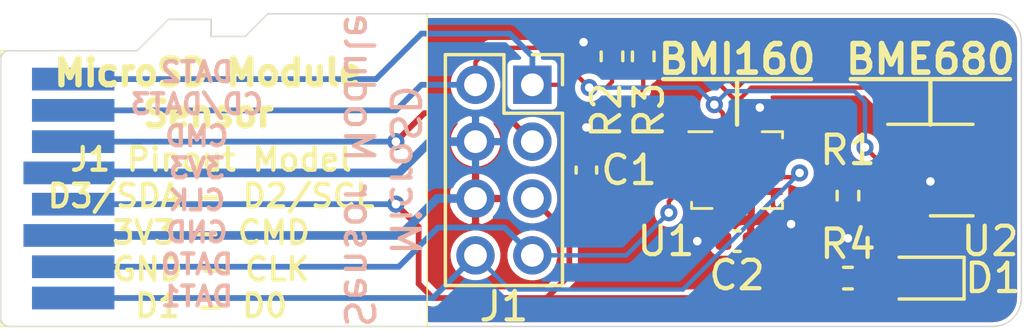
<source format=kicad_pcb>
(kicad_pcb (version 20171130) (host pcbnew 5.1.9)

  (general
    (thickness 0.8)
    (drawings 26)
    (tracks 113)
    (zones 0)
    (modules 11)
    (nets 15)
  )

  (page A4)
  (layers
    (0 F.Cu signal)
    (31 B.Cu signal)
    (32 B.Adhes user)
    (33 F.Adhes user)
    (34 B.Paste user)
    (35 F.Paste user)
    (36 B.SilkS user)
    (37 F.SilkS user)
    (38 B.Mask user)
    (39 F.Mask user)
    (40 Dwgs.User user)
    (41 Cmts.User user)
    (42 Eco1.User user)
    (43 Eco2.User user)
    (44 Edge.Cuts user)
    (45 Margin user)
    (46 B.CrtYd user)
    (47 F.CrtYd user)
    (48 B.Fab user)
    (49 F.Fab user)
  )

  (setup
    (last_trace_width 0.25)
    (user_trace_width 0.127)
    (user_trace_width 0.1524)
    (user_trace_width 0.1778)
    (user_trace_width 0.2032)
    (user_trace_width 0.2286)
    (user_trace_width 0.254)
    (user_trace_width 0.3048)
    (user_trace_width 0.3556)
    (user_trace_width 0.4064)
    (user_trace_width 0.4572)
    (user_trace_width 0.508)
    (user_trace_width 0.6096)
    (user_trace_width 0.6604)
    (user_trace_width 0.762)
    (user_trace_width 0.9144)
    (user_trace_width 1.016)
    (user_trace_width 1.27)
    (user_trace_width 2.54)
    (trace_clearance 0.2)
    (zone_clearance 0.127)
    (zone_45_only no)
    (trace_min 0.127)
    (via_size 0.8)
    (via_drill 0.4)
    (via_min_size 0.6)
    (via_min_drill 0.3)
    (user_via 0.6 0.3)
    (user_via 0.8 0.4)
    (user_via 1 0.8)
    (uvia_size 0.3)
    (uvia_drill 0.1)
    (uvias_allowed no)
    (uvia_min_size 0.2)
    (uvia_min_drill 0.1)
    (edge_width 0.05)
    (segment_width 0.127)
    (pcb_text_width 0.2)
    (pcb_text_size 1 1)
    (mod_edge_width 0.1524)
    (mod_text_size 1 1)
    (mod_text_width 0.2)
    (pad_size 1.524 1.524)
    (pad_drill 0.762)
    (pad_to_mask_clearance 0.051)
    (solder_mask_min_width 0.25)
    (aux_axis_origin 0 0)
    (visible_elements FFFFFF7F)
    (pcbplotparams
      (layerselection 0x010fc_ffffffff)
      (usegerberextensions false)
      (usegerberattributes true)
      (usegerberadvancedattributes true)
      (creategerberjobfile true)
      (excludeedgelayer true)
      (linewidth 0.100000)
      (plotframeref false)
      (viasonmask false)
      (mode 1)
      (useauxorigin false)
      (hpglpennumber 1)
      (hpglpenspeed 20)
      (hpglpendiameter 15.000000)
      (psnegative false)
      (psa4output false)
      (plotreference true)
      (plotvalue true)
      (plotinvisibletext false)
      (padsonsilk false)
      (subtractmaskfromsilk false)
      (outputformat 1)
      (mirror false)
      (drillshape 1)
      (scaleselection 1)
      (outputdirectory ""))
  )

  (net 0 "")
  (net 1 CMD)
  (net 2 GND)
  (net 3 +3V3)
  (net 4 "Net-(U1-Pad11)")
  (net 5 "Net-(U1-Pad10)")
  (net 6 "Net-(U1-Pad3)")
  (net 7 "Net-(U1-Pad2)")
  (net 8 LED)
  (net 9 INT2)
  (net 10 INT1)
  (net 11 SDA)
  (net 12 SCL)
  (net 13 "Net-(R1-Pad2)")
  (net 14 "Net-(D1-Pad2)")

  (net_class Default "This is the default net class."
    (clearance 0.2)
    (trace_width 0.25)
    (via_dia 0.8)
    (via_drill 0.4)
    (uvia_dia 0.3)
    (uvia_drill 0.1)
    (add_net +3V3)
    (add_net CMD)
    (add_net GND)
    (add_net INT1)
    (add_net INT2)
    (add_net LED)
    (add_net "Net-(D1-Pad2)")
    (add_net "Net-(R1-Pad2)")
    (add_net "Net-(U1-Pad10)")
    (add_net "Net-(U1-Pad11)")
    (add_net "Net-(U1-Pad2)")
    (add_net "Net-(U1-Pad3)")
    (add_net SCL)
    (add_net SDA)
  )

  (module Resistor_SMD:R_0402_1005Metric (layer F.Cu) (tedit 5F68FEEE) (tstamp 60329A0E)
    (at 147.9 90.5 180)
    (descr "Resistor SMD 0402 (1005 Metric), square (rectangular) end terminal, IPC_7351 nominal, (Body size source: IPC-SM-782 page 72, https://www.pcb-3d.com/wordpress/wp-content/uploads/ipc-sm-782a_amendment_1_and_2.pdf), generated with kicad-footprint-generator")
    (tags resistor)
    (path /6038CA3D)
    (attr smd)
    (fp_text reference R4 (at 0 1.2) (layer F.SilkS)
      (effects (font (size 1 1) (thickness 0.15)))
    )
    (fp_text value 470R (at 0 1.17) (layer F.Fab)
      (effects (font (size 1 1) (thickness 0.15)))
    )
    (fp_line (start 0.93 0.47) (end -0.93 0.47) (layer F.CrtYd) (width 0.05))
    (fp_line (start 0.93 -0.47) (end 0.93 0.47) (layer F.CrtYd) (width 0.05))
    (fp_line (start -0.93 -0.47) (end 0.93 -0.47) (layer F.CrtYd) (width 0.05))
    (fp_line (start -0.93 0.47) (end -0.93 -0.47) (layer F.CrtYd) (width 0.05))
    (fp_line (start -0.153641 0.38) (end 0.153641 0.38) (layer F.SilkS) (width 0.12))
    (fp_line (start -0.153641 -0.38) (end 0.153641 -0.38) (layer F.SilkS) (width 0.12))
    (fp_line (start 0.525 0.27) (end -0.525 0.27) (layer F.Fab) (width 0.1))
    (fp_line (start 0.525 -0.27) (end 0.525 0.27) (layer F.Fab) (width 0.1))
    (fp_line (start -0.525 -0.27) (end 0.525 -0.27) (layer F.Fab) (width 0.1))
    (fp_line (start -0.525 0.27) (end -0.525 -0.27) (layer F.Fab) (width 0.1))
    (fp_text user %R (at 0 0 180) (layer F.Fab)
      (effects (font (size 0.26 0.26) (thickness 0.04)))
    )
    (pad 2 smd roundrect (at 0.51 0 180) (size 0.54 0.64) (layers F.Cu F.Paste F.Mask) (roundrect_rratio 0.25)
      (net 8 LED))
    (pad 1 smd roundrect (at -0.51 0 180) (size 0.54 0.64) (layers F.Cu F.Paste F.Mask) (roundrect_rratio 0.25)
      (net 14 "Net-(D1-Pad2)"))
    (model ${KISYS3DMOD}/Resistor_SMD.3dshapes/R_0402_1005Metric.wrl
      (at (xyz 0 0 0))
      (scale (xyz 1 1 1))
      (rotate (xyz 0 0 0))
    )
  )

  (module Resistor_SMD:R_0402_1005Metric (layer F.Cu) (tedit 5F68FEEE) (tstamp 6032948A)
    (at 140.7 82.7 270)
    (descr "Resistor SMD 0402 (1005 Metric), square (rectangular) end terminal, IPC_7351 nominal, (Body size source: IPC-SM-782 page 72, https://www.pcb-3d.com/wordpress/wp-content/uploads/ipc-sm-782a_amendment_1_and_2.pdf), generated with kicad-footprint-generator")
    (tags resistor)
    (path /60375E7F)
    (attr smd)
    (fp_text reference R3 (at 1.9 -0.2 270) (layer F.SilkS)
      (effects (font (size 1 1) (thickness 0.15)))
    )
    (fp_text value 10kR (at 0 1.17 90) (layer F.Fab)
      (effects (font (size 1 1) (thickness 0.15)))
    )
    (fp_line (start 0.93 0.47) (end -0.93 0.47) (layer F.CrtYd) (width 0.05))
    (fp_line (start 0.93 -0.47) (end 0.93 0.47) (layer F.CrtYd) (width 0.05))
    (fp_line (start -0.93 -0.47) (end 0.93 -0.47) (layer F.CrtYd) (width 0.05))
    (fp_line (start -0.93 0.47) (end -0.93 -0.47) (layer F.CrtYd) (width 0.05))
    (fp_line (start -0.153641 0.38) (end 0.153641 0.38) (layer F.SilkS) (width 0.12))
    (fp_line (start -0.153641 -0.38) (end 0.153641 -0.38) (layer F.SilkS) (width 0.12))
    (fp_line (start 0.525 0.27) (end -0.525 0.27) (layer F.Fab) (width 0.1))
    (fp_line (start 0.525 -0.27) (end 0.525 0.27) (layer F.Fab) (width 0.1))
    (fp_line (start -0.525 -0.27) (end 0.525 -0.27) (layer F.Fab) (width 0.1))
    (fp_line (start -0.525 0.27) (end -0.525 -0.27) (layer F.Fab) (width 0.1))
    (fp_text user %R (at 0 0.4 90) (layer F.Fab)
      (effects (font (size 0.26 0.26) (thickness 0.04)))
    )
    (pad 2 smd roundrect (at 0.51 0 270) (size 0.54 0.64) (layers F.Cu F.Paste F.Mask) (roundrect_rratio 0.25)
      (net 12 SCL))
    (pad 1 smd roundrect (at -0.51 0 270) (size 0.54 0.64) (layers F.Cu F.Paste F.Mask) (roundrect_rratio 0.25)
      (net 3 +3V3))
    (model ${KISYS3DMOD}/Resistor_SMD.3dshapes/R_0402_1005Metric.wrl
      (at (xyz 0 0 0))
      (scale (xyz 1 1 1))
      (rotate (xyz 0 0 0))
    )
  )

  (module Resistor_SMD:R_0402_1005Metric (layer F.Cu) (tedit 5F68FEEE) (tstamp 60329479)
    (at 139.6 82.7 270)
    (descr "Resistor SMD 0402 (1005 Metric), square (rectangular) end terminal, IPC_7351 nominal, (Body size source: IPC-SM-782 page 72, https://www.pcb-3d.com/wordpress/wp-content/uploads/ipc-sm-782a_amendment_1_and_2.pdf), generated with kicad-footprint-generator")
    (tags resistor)
    (path /60372E70)
    (attr smd)
    (fp_text reference R2 (at 1.9 0.2 270) (layer F.SilkS)
      (effects (font (size 1 1) (thickness 0.15)))
    )
    (fp_text value 10kR (at 0 1.17 90) (layer F.Fab)
      (effects (font (size 1 1) (thickness 0.15)))
    )
    (fp_line (start 0.93 0.47) (end -0.93 0.47) (layer F.CrtYd) (width 0.05))
    (fp_line (start 0.93 -0.47) (end 0.93 0.47) (layer F.CrtYd) (width 0.05))
    (fp_line (start -0.93 -0.47) (end 0.93 -0.47) (layer F.CrtYd) (width 0.05))
    (fp_line (start -0.93 0.47) (end -0.93 -0.47) (layer F.CrtYd) (width 0.05))
    (fp_line (start -0.153641 0.38) (end 0.153641 0.38) (layer F.SilkS) (width 0.12))
    (fp_line (start -0.153641 -0.38) (end 0.153641 -0.38) (layer F.SilkS) (width 0.12))
    (fp_line (start 0.525 0.27) (end -0.525 0.27) (layer F.Fab) (width 0.1))
    (fp_line (start 0.525 -0.27) (end 0.525 0.27) (layer F.Fab) (width 0.1))
    (fp_line (start -0.525 -0.27) (end 0.525 -0.27) (layer F.Fab) (width 0.1))
    (fp_line (start -0.525 0.27) (end -0.525 -0.27) (layer F.Fab) (width 0.1))
    (fp_text user %R (at 0.15 -0.32 90) (layer F.Fab)
      (effects (font (size 0.26 0.26) (thickness 0.04)))
    )
    (pad 2 smd roundrect (at 0.51 0 270) (size 0.54 0.64) (layers F.Cu F.Paste F.Mask) (roundrect_rratio 0.25)
      (net 11 SDA))
    (pad 1 smd roundrect (at -0.51 0 270) (size 0.54 0.64) (layers F.Cu F.Paste F.Mask) (roundrect_rratio 0.25)
      (net 3 +3V3))
    (model ${KISYS3DMOD}/Resistor_SMD.3dshapes/R_0402_1005Metric.wrl
      (at (xyz 0 0 0))
      (scale (xyz 1 1 1))
      (rotate (xyz 0 0 0))
    )
  )

  (module Resistor_SMD:R_0402_1005Metric (layer F.Cu) (tedit 5F68FEEE) (tstamp 6032A900)
    (at 147.9 87.6 90)
    (descr "Resistor SMD 0402 (1005 Metric), square (rectangular) end terminal, IPC_7351 nominal, (Body size source: IPC-SM-782 page 72, https://www.pcb-3d.com/wordpress/wp-content/uploads/ipc-sm-782a_amendment_1_and_2.pdf), generated with kicad-footprint-generator")
    (tags resistor)
    (path /6033A608)
    (attr smd)
    (fp_text reference R1 (at 1.6 0) (layer F.SilkS)
      (effects (font (size 1 1) (thickness 0.15)))
    )
    (fp_text value 10kR (at 0 1.17 90) (layer F.Fab)
      (effects (font (size 1 1) (thickness 0.15)))
    )
    (fp_line (start 0.93 0.47) (end -0.93 0.47) (layer F.CrtYd) (width 0.05))
    (fp_line (start 0.93 -0.47) (end 0.93 0.47) (layer F.CrtYd) (width 0.05))
    (fp_line (start -0.93 -0.47) (end 0.93 -0.47) (layer F.CrtYd) (width 0.05))
    (fp_line (start -0.93 0.47) (end -0.93 -0.47) (layer F.CrtYd) (width 0.05))
    (fp_line (start -0.153641 0.38) (end 0.153641 0.38) (layer F.SilkS) (width 0.12))
    (fp_line (start -0.153641 -0.38) (end 0.153641 -0.38) (layer F.SilkS) (width 0.12))
    (fp_line (start 0.525 0.27) (end -0.525 0.27) (layer F.Fab) (width 0.1))
    (fp_line (start 0.525 -0.27) (end 0.525 0.27) (layer F.Fab) (width 0.1))
    (fp_line (start -0.525 -0.27) (end 0.525 -0.27) (layer F.Fab) (width 0.1))
    (fp_line (start -0.525 0.27) (end -0.525 -0.27) (layer F.Fab) (width 0.1))
    (fp_text user %R (at 0 0.79 90) (layer F.Fab)
      (effects (font (size 0.26 0.26) (thickness 0.04)))
    )
    (pad 2 smd roundrect (at 0.51 0 90) (size 0.54 0.64) (layers F.Cu F.Paste F.Mask) (roundrect_rratio 0.25)
      (net 13 "Net-(R1-Pad2)"))
    (pad 1 smd roundrect (at -0.51 0 90) (size 0.54 0.64) (layers F.Cu F.Paste F.Mask) (roundrect_rratio 0.25)
      (net 3 +3V3))
    (model ${KISYS3DMOD}/Resistor_SMD.3dshapes/R_0402_1005Metric.wrl
      (at (xyz 0 0 0))
      (scale (xyz 1 1 1))
      (rotate (xyz 0 0 0))
    )
  )

  (module LED_SMD:LED_0603_1608Metric (layer F.Cu) (tedit 5F68FEF1) (tstamp 6032941D)
    (at 150.5 90.5 180)
    (descr "LED SMD 0603 (1608 Metric), square (rectangular) end terminal, IPC_7351 nominal, (Body size source: http://www.tortai-tech.com/upload/download/2011102023233369053.pdf), generated with kicad-footprint-generator")
    (tags LED)
    (path /6037F51B)
    (attr smd)
    (fp_text reference D1 (at -2.5 0) (layer F.SilkS)
      (effects (font (size 1 1) (thickness 0.15)))
    )
    (fp_text value LED (at 0 1.43) (layer F.Fab)
      (effects (font (size 1 1) (thickness 0.15)))
    )
    (fp_line (start 1.48 0.73) (end -1.48 0.73) (layer F.CrtYd) (width 0.05))
    (fp_line (start 1.48 -0.73) (end 1.48 0.73) (layer F.CrtYd) (width 0.05))
    (fp_line (start -1.48 -0.73) (end 1.48 -0.73) (layer F.CrtYd) (width 0.05))
    (fp_line (start -1.48 0.73) (end -1.48 -0.73) (layer F.CrtYd) (width 0.05))
    (fp_line (start -1.485 0.735) (end 0.8 0.735) (layer F.SilkS) (width 0.12))
    (fp_line (start -1.485 -0.735) (end -1.485 0.735) (layer F.SilkS) (width 0.12))
    (fp_line (start 0.8 -0.735) (end -1.485 -0.735) (layer F.SilkS) (width 0.12))
    (fp_line (start 0.8 0.4) (end 0.8 -0.4) (layer F.Fab) (width 0.1))
    (fp_line (start -0.8 0.4) (end 0.8 0.4) (layer F.Fab) (width 0.1))
    (fp_line (start -0.8 -0.1) (end -0.8 0.4) (layer F.Fab) (width 0.1))
    (fp_line (start -0.5 -0.4) (end -0.8 -0.1) (layer F.Fab) (width 0.1))
    (fp_line (start 0.8 -0.4) (end -0.5 -0.4) (layer F.Fab) (width 0.1))
    (fp_text user %R (at -0.09 1.08) (layer F.Fab)
      (effects (font (size 0.4 0.4) (thickness 0.06)))
    )
    (pad 2 smd roundrect (at 0.7875 0 180) (size 0.875 0.95) (layers F.Cu F.Paste F.Mask) (roundrect_rratio 0.25)
      (net 14 "Net-(D1-Pad2)"))
    (pad 1 smd roundrect (at -0.7875 0 180) (size 0.875 0.95) (layers F.Cu F.Paste F.Mask) (roundrect_rratio 0.25)
      (net 2 GND))
    (model ${KISYS3DMOD}/LED_SMD.3dshapes/LED_0603_1608Metric.wrl
      (at (xyz 0 0 0))
      (scale (xyz 1 1 1))
      (rotate (xyz 0 0 0))
    )
  )

  (module Capacitor_SMD:C_0402_1005Metric (layer F.Cu) (tedit 5F68FEEE) (tstamp 6032940A)
    (at 144 89.2)
    (descr "Capacitor SMD 0402 (1005 Metric), square (rectangular) end terminal, IPC_7351 nominal, (Body size source: IPC-SM-782 page 76, https://www.pcb-3d.com/wordpress/wp-content/uploads/ipc-sm-782a_amendment_1_and_2.pdf), generated with kicad-footprint-generator")
    (tags capacitor)
    (path /60333D83)
    (attr smd)
    (fp_text reference C2 (at 0 1.2) (layer F.SilkS)
      (effects (font (size 1 1) (thickness 0.15)))
    )
    (fp_text value 100nF (at 0 1.16) (layer F.Fab)
      (effects (font (size 1 1) (thickness 0.15)))
    )
    (fp_line (start 0.91 0.46) (end -0.91 0.46) (layer F.CrtYd) (width 0.05))
    (fp_line (start 0.91 -0.46) (end 0.91 0.46) (layer F.CrtYd) (width 0.05))
    (fp_line (start -0.91 -0.46) (end 0.91 -0.46) (layer F.CrtYd) (width 0.05))
    (fp_line (start -0.91 0.46) (end -0.91 -0.46) (layer F.CrtYd) (width 0.05))
    (fp_line (start -0.107836 0.36) (end 0.107836 0.36) (layer F.SilkS) (width 0.12))
    (fp_line (start -0.107836 -0.36) (end 0.107836 -0.36) (layer F.SilkS) (width 0.12))
    (fp_line (start 0.5 0.25) (end -0.5 0.25) (layer F.Fab) (width 0.1))
    (fp_line (start 0.5 -0.25) (end 0.5 0.25) (layer F.Fab) (width 0.1))
    (fp_line (start -0.5 -0.25) (end 0.5 -0.25) (layer F.Fab) (width 0.1))
    (fp_line (start -0.5 0.25) (end -0.5 -0.25) (layer F.Fab) (width 0.1))
    (fp_text user %R (at 0 0) (layer F.Fab)
      (effects (font (size 0.25 0.25) (thickness 0.04)))
    )
    (pad 2 smd roundrect (at 0.48 0) (size 0.56 0.62) (layers F.Cu F.Paste F.Mask) (roundrect_rratio 0.25)
      (net 2 GND))
    (pad 1 smd roundrect (at -0.48 0) (size 0.56 0.62) (layers F.Cu F.Paste F.Mask) (roundrect_rratio 0.25)
      (net 3 +3V3))
    (model ${KISYS3DMOD}/Capacitor_SMD.3dshapes/C_0402_1005Metric.wrl
      (at (xyz 0 0 0))
      (scale (xyz 1 1 1))
      (rotate (xyz 0 0 0))
    )
  )

  (module Package_LGA:Bosch_LGA-8_3x3mm_P0.8mm_ClockwisePinNumbering (layer F.Cu) (tedit 5D9F7937) (tstamp 60328D17)
    (at 150.8 86.7 90)
    (descr "Bosch  LGA, 8 Pin (https://ae-bst.resource.bosch.com/media/_tech/media/datasheets/BST-BME680-DS001-00.pdf#page=44), generated with kicad-footprint-generator ipc_noLead_generator.py")
    (tags "Bosch LGA NoLead")
    (path /60329F40)
    (attr smd)
    (fp_text reference U2 (at -2.5 2.1 180) (layer F.SilkS)
      (effects (font (size 1 1) (thickness 0.15)))
    )
    (fp_text value BME680 (at 0 2.45 90) (layer F.Fab)
      (effects (font (size 1 1) (thickness 0.15)))
    )
    (fp_line (start 1.75 -1.75) (end -1.75 -1.75) (layer F.CrtYd) (width 0.05))
    (fp_line (start 1.75 1.75) (end 1.75 -1.75) (layer F.CrtYd) (width 0.05))
    (fp_line (start -1.75 1.75) (end 1.75 1.75) (layer F.CrtYd) (width 0.05))
    (fp_line (start -1.75 -1.75) (end -1.75 1.75) (layer F.CrtYd) (width 0.05))
    (fp_line (start -1.5 -0.75) (end -0.75 -1.5) (layer F.Fab) (width 0.1))
    (fp_line (start -1.5 1.5) (end -1.5 -0.75) (layer F.Fab) (width 0.1))
    (fp_line (start 1.5 1.5) (end -1.5 1.5) (layer F.Fab) (width 0.1))
    (fp_line (start 1.5 -1.5) (end 1.5 1.5) (layer F.Fab) (width 0.1))
    (fp_line (start -0.75 -1.5) (end 1.5 -1.5) (layer F.Fab) (width 0.1))
    (fp_line (start 1.61 -1.5) (end 1.61 1.5) (layer F.SilkS) (width 0.12))
    (fp_line (start -1.61 0) (end -1.61 1.5) (layer F.SilkS) (width 0.12))
    (fp_text user %R (at -2.35 -2.25 90) (layer F.Fab)
      (effects (font (size 0.75 0.75) (thickness 0.11)))
    )
    (pad 8 smd roundrect (at -1.2 1.1875 90) (size 0.5 0.525) (layers F.Cu F.Paste F.Mask) (roundrect_rratio 0.25)
      (net 3 +3V3))
    (pad 7 smd roundrect (at -0.4 1.1875 90) (size 0.5 0.525) (layers F.Cu F.Paste F.Mask) (roundrect_rratio 0.25)
      (net 2 GND))
    (pad 6 smd roundrect (at 0.4 1.1875 90) (size 0.5 0.525) (layers F.Cu F.Paste F.Mask) (roundrect_rratio 0.25)
      (net 3 +3V3))
    (pad 5 smd roundrect (at 1.2 1.1875 90) (size 0.5 0.525) (layers F.Cu F.Paste F.Mask) (roundrect_rratio 0.25)
      (net 2 GND))
    (pad 4 smd roundrect (at 1.2 -1.1875 90) (size 0.5 0.525) (layers F.Cu F.Paste F.Mask) (roundrect_rratio 0.25)
      (net 12 SCL))
    (pad 3 smd roundrect (at 0.4 -1.1875 90) (size 0.5 0.525) (layers F.Cu F.Paste F.Mask) (roundrect_rratio 0.25)
      (net 11 SDA))
    (pad 2 smd roundrect (at -0.4 -1.1875 90) (size 0.5 0.525) (layers F.Cu F.Paste F.Mask) (roundrect_rratio 0.25)
      (net 13 "Net-(R1-Pad2)"))
    (pad 1 smd roundrect (at -1.2 -1.1875 90) (size 0.5 0.525) (layers F.Cu F.Paste F.Mask) (roundrect_rratio 0.25)
      (net 2 GND))
    (model ${KISYS3DMOD}/Package_LGA.3dshapes/Bosch_LGA-8_3x3mm_P0.8mm_ClockwisePinNumbering.wrl
      (at (xyz 0 0 0))
      (scale (xyz 1 1 1))
      (rotate (xyz 0 0 0))
    )
  )

  (module Package_LGA:Bosch_LGA-14_3x2.5mm_P0.5mm (layer F.Cu) (tedit 5A02F217) (tstamp 60328CFF)
    (at 144 86.7)
    (descr "LGA-14 Bosch https://ae-bst.resource.bosch.com/media/_tech/media/datasheets/BST-BMI160-DS000-07.pdf")
    (tags "lga land grid array")
    (path /60329896)
    (attr smd)
    (fp_text reference U1 (at -2.5 2.5) (layer F.SilkS)
      (effects (font (size 1 1) (thickness 0.15)))
    )
    (fp_text value BMI160 (at 0 2.5) (layer F.Fab)
      (effects (font (size 1 1) (thickness 0.15)))
    )
    (fp_line (start -1.85 1.6) (end -1.85 -1.6) (layer F.CrtYd) (width 0.05))
    (fp_line (start 1.85 1.6) (end -1.85 1.6) (layer F.CrtYd) (width 0.05))
    (fp_line (start 1.85 -1.6) (end 1.85 1.6) (layer F.CrtYd) (width 0.05))
    (fp_line (start -1.85 -1.6) (end 1.85 -1.6) (layer F.CrtYd) (width 0.05))
    (fp_line (start -1.5 1.25) (end -1.5 -0.5) (layer F.Fab) (width 0.1))
    (fp_line (start 1.5 1.25) (end -1.5 1.25) (layer F.Fab) (width 0.1))
    (fp_line (start 1.5 -1.25) (end 1.5 1.25) (layer F.Fab) (width 0.1))
    (fp_line (start -0.75 -1.25) (end 1.5 -1.25) (layer F.Fab) (width 0.1))
    (fp_line (start -0.75 -1.25) (end -1.5 -0.5) (layer F.Fab) (width 0.1))
    (fp_line (start 1.6 -1.35) (end 1.6 -1.13) (layer F.SilkS) (width 0.1))
    (fp_line (start 0.88 -1.35) (end 1.6 -1.35) (layer F.SilkS) (width 0.1))
    (fp_line (start 1.6 1.35) (end 0.88 1.35) (layer F.SilkS) (width 0.1))
    (fp_line (start 1.6 1.13) (end 1.6 1.35) (layer F.SilkS) (width 0.1))
    (fp_line (start -1.6 1.35) (end -1.6 1.13) (layer F.SilkS) (width 0.1))
    (fp_line (start -1.6 1.35) (end -0.88 1.35) (layer F.SilkS) (width 0.1))
    (fp_line (start -1.7 -1.35) (end -0.88 -1.35) (layer F.SilkS) (width 0.1))
    (fp_text user %R (at -2.4 -2) (layer F.Fab)
      (effects (font (size 0.5 0.5) (thickness 0.075)))
    )
    (pad 11 smd rect (at 1.2625 -0.75) (size 0.675 0.25) (layers F.Cu F.Paste F.Mask)
      (net 4 "Net-(U1-Pad11)"))
    (pad 10 smd rect (at 1.2625 -0.25) (size 0.675 0.25) (layers F.Cu F.Paste F.Mask)
      (net 5 "Net-(U1-Pad10)"))
    (pad 9 smd rect (at 1.2625 0.25) (size 0.675 0.25) (layers F.Cu F.Paste F.Mask)
      (net 9 INT2))
    (pad 8 smd rect (at 1.2625 0.75) (size 0.675 0.25) (layers F.Cu F.Paste F.Mask)
      (net 3 +3V3))
    (pad 4 smd rect (at -1.2625 0.75) (size 0.675 0.25) (layers F.Cu F.Paste F.Mask)
      (net 10 INT1))
    (pad 3 smd rect (at -1.2625 0.25) (size 0.675 0.25) (layers F.Cu F.Paste F.Mask)
      (net 6 "Net-(U1-Pad3)"))
    (pad 2 smd rect (at -1.2625 -0.25) (size 0.675 0.25) (layers F.Cu F.Paste F.Mask)
      (net 7 "Net-(U1-Pad2)"))
    (pad 1 smd rect (at -1.2625 -0.75) (size 0.675 0.25) (layers F.Cu F.Paste F.Mask)
      (net 2 GND))
    (pad 7 smd rect (at 0.5 1.0125) (size 0.25 0.675) (layers F.Cu F.Paste F.Mask)
      (net 2 GND))
    (pad 6 smd rect (at 0 1.0125) (size 0.25 0.675) (layers F.Cu F.Paste F.Mask)
      (net 2 GND))
    (pad 5 smd rect (at -0.5 1.0125) (size 0.25 0.675) (layers F.Cu F.Paste F.Mask)
      (net 3 +3V3))
    (pad 12 smd rect (at 0.5 -1.0125) (size 0.25 0.675) (layers F.Cu F.Paste F.Mask)
      (net 3 +3V3))
    (pad 14 smd rect (at -0.5 -1.0125) (size 0.25 0.675) (layers F.Cu F.Paste F.Mask)
      (net 11 SDA))
    (pad 13 smd rect (at 0 -1.0125) (size 0.25 0.675) (layers F.Cu F.Paste F.Mask)
      (net 12 SCL))
    (model ${KISYS3DMOD}/Package_LGA.3dshapes/Bosch_LGA-14_3x2.5mm_P0.5mm.wrl
      (at (xyz 0 0 0))
      (scale (xyz 1 1 1))
      (rotate (xyz 0 0 0))
    )
  )

  (module Capacitor_SMD:C_0402_1005Metric (layer F.Cu) (tedit 5F68FEEE) (tstamp 6032F028)
    (at 138.7 86.7 270)
    (descr "Capacitor SMD 0402 (1005 Metric), square (rectangular) end terminal, IPC_7351 nominal, (Body size source: IPC-SM-782 page 76, https://www.pcb-3d.com/wordpress/wp-content/uploads/ipc-sm-782a_amendment_1_and_2.pdf), generated with kicad-footprint-generator")
    (tags capacitor)
    (path /60340E34)
    (attr smd)
    (fp_text reference C1 (at 0 -1.5 180) (layer F.SilkS)
      (effects (font (size 1 1) (thickness 0.15)))
    )
    (fp_text value 100nF (at 0 1.16 90) (layer F.Fab)
      (effects (font (size 1 1) (thickness 0.15)))
    )
    (fp_line (start -0.5 0.25) (end -0.5 -0.25) (layer F.Fab) (width 0.1))
    (fp_line (start -0.5 -0.25) (end 0.5 -0.25) (layer F.Fab) (width 0.1))
    (fp_line (start 0.5 -0.25) (end 0.5 0.25) (layer F.Fab) (width 0.1))
    (fp_line (start 0.5 0.25) (end -0.5 0.25) (layer F.Fab) (width 0.1))
    (fp_line (start -0.107836 -0.36) (end 0.107836 -0.36) (layer F.SilkS) (width 0.12))
    (fp_line (start -0.107836 0.36) (end 0.107836 0.36) (layer F.SilkS) (width 0.12))
    (fp_line (start -0.91 0.46) (end -0.91 -0.46) (layer F.CrtYd) (width 0.05))
    (fp_line (start -0.91 -0.46) (end 0.91 -0.46) (layer F.CrtYd) (width 0.05))
    (fp_line (start 0.91 -0.46) (end 0.91 0.46) (layer F.CrtYd) (width 0.05))
    (fp_line (start 0.91 0.46) (end -0.91 0.46) (layer F.CrtYd) (width 0.05))
    (fp_text user %R (at 0 0 90) (layer F.Fab)
      (effects (font (size 0.25 0.25) (thickness 0.04)))
    )
    (pad 2 smd roundrect (at 0.48 0 270) (size 0.56 0.62) (layers F.Cu F.Paste F.Mask) (roundrect_rratio 0.25)
      (net 2 GND))
    (pad 1 smd roundrect (at -0.48 0 270) (size 0.56 0.62) (layers F.Cu F.Paste F.Mask) (roundrect_rratio 0.25)
      (net 3 +3V3))
    (model ${KISYS3DMOD}/Capacitor_SMD.3dshapes/C_0402_1005Metric.wrl
      (at (xyz 0 0 0))
      (scale (xyz 1 1 1))
      (rotate (xyz 0 0 0))
    )
  )

  (module Connector_PinSocket_2.00mm:PinSocket_2x04_P2.00mm_Vertical (layer F.Cu) (tedit 5A19A41D) (tstamp 6032E9FC)
    (at 136.8 83.7)
    (descr "Through hole straight socket strip, 2x04, 2.00mm pitch, double cols (from Kicad 4.0.7), script generated")
    (tags "Through hole socket strip THT 2x04 2.00mm double row")
    (path /6032826B)
    (fp_text reference J1 (at -1 7.8) (layer F.SilkS)
      (effects (font (size 1 1) (thickness 0.15)))
    )
    (fp_text value Conn_02x04_Counter_Clockwise (at -0.1 11.1) (layer F.Fab) hide
      (effects (font (size 1 1) (thickness 0.15)))
    )
    (fp_line (start -3.5 7.5) (end -3.5 -1.5) (layer F.CrtYd) (width 0.05))
    (fp_line (start 1.5 7.5) (end -3.5 7.5) (layer F.CrtYd) (width 0.05))
    (fp_line (start 1.5 -1.5) (end 1.5 7.5) (layer F.CrtYd) (width 0.05))
    (fp_line (start -3.5 -1.5) (end 1.5 -1.5) (layer F.CrtYd) (width 0.05))
    (fp_line (start 0 -1.06) (end 1.06 -1.06) (layer F.SilkS) (width 0.12))
    (fp_line (start 1.06 -1.06) (end 1.06 0) (layer F.SilkS) (width 0.12))
    (fp_line (start -1 -1.06) (end -1 1) (layer F.SilkS) (width 0.12))
    (fp_line (start -1 1) (end 1.06 1) (layer F.SilkS) (width 0.12))
    (fp_line (start 1.06 1) (end 1.06 7.06) (layer F.SilkS) (width 0.12))
    (fp_line (start -3.06 7.06) (end 1.06 7.06) (layer F.SilkS) (width 0.12))
    (fp_line (start -3.06 -1.06) (end -3.06 7.06) (layer F.SilkS) (width 0.12))
    (fp_line (start -3.06 -1.06) (end -1 -1.06) (layer F.SilkS) (width 0.12))
    (fp_line (start -3 7) (end -3 -1) (layer F.Fab) (width 0.1))
    (fp_line (start 1 7) (end -3 7) (layer F.Fab) (width 0.1))
    (fp_line (start 1 0) (end 1 7) (layer F.Fab) (width 0.1))
    (fp_line (start 0 -1) (end 1 0) (layer F.Fab) (width 0.1))
    (fp_line (start -3 -1) (end 0 -1) (layer F.Fab) (width 0.1))
    (fp_text user %R (at -1 3 90) (layer F.Fab)
      (effects (font (size 1 1) (thickness 0.15)))
    )
    (pad 8 thru_hole oval (at -2 6) (size 1.35 1.35) (drill 0.8) (layers *.Cu *.Mask)
      (net 9 INT2))
    (pad 7 thru_hole oval (at 0 6) (size 1.35 1.35) (drill 0.8) (layers *.Cu *.Mask)
      (net 10 INT1))
    (pad 6 thru_hole oval (at -2 4) (size 1.35 1.35) (drill 0.8) (layers *.Cu *.Mask)
      (net 2 GND))
    (pad 5 thru_hole oval (at 0 4) (size 1.35 1.35) (drill 0.8) (layers *.Cu *.Mask)
      (net 8 LED))
    (pad 4 thru_hole oval (at -2 2) (size 1.35 1.35) (drill 0.8) (layers *.Cu *.Mask)
      (net 3 +3V3))
    (pad 3 thru_hole oval (at 0 2) (size 1.35 1.35) (drill 0.8) (layers *.Cu *.Mask)
      (net 1 CMD))
    (pad 2 thru_hole oval (at -2 0) (size 1.35 1.35) (drill 0.8) (layers *.Cu *.Mask)
      (net 11 SDA))
    (pad 1 thru_hole rect (at 0 0) (size 1.35 1.35) (drill 0.8) (layers *.Cu *.Mask)
      (net 12 SCL))
    (model ${KISYS3DMOD}/Connector_PinSocket_2.00mm.3dshapes/PinSocket_2x04_P2.00mm_Vertical.wrl
      (at (xyz 0 0 0))
      (scale (xyz 1 1 1))
      (rotate (xyz 0 0 0))
    )
  )

  (module misc:microSD_Card (layer F.Cu) (tedit 6029808F) (tstamp 6032774F)
    (at 125.6 87.3)
    (descr microSD_Card)
    (path /60297D4B)
    (fp_text reference X1 (at -6.7 6) (layer F.SilkS) hide
      (effects (font (size 1 1) (thickness 0.15)))
    )
    (fp_text value microSD_Card (at 0.1 6.1) (layer F.Fab) hide
      (effects (font (size 1 1) (thickness 0.15)))
    )
    (fp_line (start 7.5 4.9) (end -7.5 4.9) (layer F.SilkS) (width 0.05))
    (fp_line (start 7.5 -6.1) (end 7.5 4.9) (layer F.SilkS) (width 0.05))
    (fp_line (start -2.7 -4.8) (end -7.5 -4.8) (layer F.SilkS) (width 0.05))
    (fp_line (start -7.5 -4.8) (end -7.5 4.9) (layer F.SilkS) (width 0.05))
    (fp_line (start 1.1 -5.3) (end -0.1 -5.3) (layer F.SilkS) (width 0.05))
    (fp_line (start -0.1 -5.9) (end -1.6 -5.9) (layer F.SilkS) (width 0.05))
    (fp_line (start -2.7 -4.8) (end -1.6 -5.9) (layer F.SilkS) (width 0.05))
    (fp_line (start 1.1 -5.3) (end 1.9 -6.1) (layer F.SilkS) (width 0.05))
    (fp_line (start 1.9 -6.1) (end 7.5 -6.1) (layer F.SilkS) (width 0.05))
    (fp_line (start -0.1 -5.9) (end -0.1 -5.3) (layer F.SilkS) (width 0.05))
    (pad 8 smd rect (at -4.95 3.9 270) (size 0.8 2.9) (layers B.Cu B.Paste B.Mask)
      (net 9 INT2))
    (pad 7 smd rect (at -4.95 2.8 270) (size 0.8 2.9) (layers B.Cu B.Paste B.Mask)
      (net 10 INT1))
    (pad 6 smd rect (at -5.1 1.7 270) (size 0.8 3.2) (layers B.Cu B.Paste B.Mask)
      (net 2 GND))
    (pad 5 smd rect (at -4.95 0.6 270) (size 0.8 2.9) (layers B.Cu B.Paste B.Mask)
      (net 8 LED))
    (pad 4 smd rect (at -5.1 -0.5 270) (size 0.8 3.2) (layers B.Cu B.Paste B.Mask)
      (net 3 +3V3))
    (pad 3 smd rect (at -4.95 -1.6 270) (size 0.8 2.9) (layers B.Cu B.Paste B.Mask)
      (net 1 CMD))
    (pad 2 smd rect (at -4.95 -2.7 270) (size 0.8 2.9) (layers B.Cu B.Paste B.Mask)
      (net 11 SDA))
    (pad 1 smd rect (at -4.95 -3.8 270) (size 0.8 2.9) (layers B.Cu B.Paste B.Mask)
      (net 12 SCL))
  )

  (gr_line (start 144 83.5) (end 144 85.1) (layer F.SilkS) (width 0.1524))
  (gr_line (start 150.8 85.1) (end 150.8 83.5) (layer F.SilkS) (width 0.1524))
  (gr_line (start 141.4 83.5) (end 146.6 83.5) (layer F.SilkS) (width 0.1524))
  (gr_line (start 148 83.5) (end 153.6 83.5) (layer F.SilkS) (width 0.1524))
  (gr_text BMI160 (at 144 82.8) (layer F.SilkS)
    (effects (font (size 1 1) (thickness 0.2)))
  )
  (gr_text BME680 (at 150.8 82.8) (layer F.SilkS)
    (effects (font (size 1 1) (thickness 0.2)))
  )
  (gr_text "MicroSD Module\nSensor" (at 125.4 84) (layer F.SilkS)
    (effects (font (size 0.9 0.9) (thickness 0.225)))
  )
  (gr_text "J1 Pinout Model\nD3/SDA - D2/SCL\n3V3 - CMD\nGND - CLK\nD1 - D0" (at 125.5 88.9) (layer F.SilkS)
    (effects (font (size 0.8 0.8) (thickness 0.15)))
  )
  (gr_text "MicroSD\nSensor Module" (at 131.5 86.7 270) (layer B.SilkS)
    (effects (font (size 1 1) (thickness 0.15)) (justify mirror))
  )
  (gr_text "DAT2\nCD/DAT3\nCMD\n3V3\nCLK\nGND\nDAT0\nDAT1" (at 125 87.2) (layer B.SilkS)
    (effects (font (size 0.7 0.7) (thickness 0.15)) (justify mirror))
  )
  (gr_arc (start 153 91.2) (end 153 92.2) (angle -90) (layer Edge.Cuts) (width 0.05))
  (gr_arc (start 153 82.2) (end 154 82.2) (angle -90) (layer Edge.Cuts) (width 0.05))
  (gr_line (start 153 92.2) (end 133.1 92.2) (layer Edge.Cuts) (width 0.05) (tstamp 603253B5))
  (gr_line (start 154 82.2) (end 154 91.2) (layer Edge.Cuts) (width 0.05))
  (gr_line (start 133.1 81.2) (end 153 81.2) (layer Edge.Cuts) (width 0.05))
  (gr_arc (start 118.4 91.9) (end 118.1 91.9) (angle -90) (layer Edge.Cuts) (width 0.05))
  (gr_arc (start 118.4 82.8) (end 118.4 82.5) (angle -90) (layer Edge.Cuts) (width 0.05))
  (gr_line (start 133.1 92.2) (end 118.4 92.2) (layer Edge.Cuts) (width 0.05) (tstamp 6029DEA9))
  (gr_line (start 127.5 81.2) (end 133.1 81.2) (layer Edge.Cuts) (width 0.05))
  (gr_line (start 126.7 82) (end 127.5 81.2) (layer Edge.Cuts) (width 0.05))
  (gr_line (start 125.5 82) (end 126.7 82) (layer Edge.Cuts) (width 0.05))
  (gr_line (start 125.5 81.4) (end 125.5 82) (layer Edge.Cuts) (width 0.05))
  (gr_line (start 124 81.4) (end 125.5 81.4) (layer Edge.Cuts) (width 0.05))
  (gr_line (start 122.9 82.5) (end 124 81.4) (layer Edge.Cuts) (width 0.05))
  (gr_line (start 118.4 82.5) (end 122.9 82.5) (layer Edge.Cuts) (width 0.05))
  (gr_line (start 118.1 91.9) (end 118.1 82.8) (layer Edge.Cuts) (width 0.05))

  (segment (start 120.65 85.7) (end 132 85.7) (width 0.2032) (layer B.Cu) (net 1))
  (via (at 132 85.7) (size 0.6) (drill 0.3) (layers F.Cu B.Cu) (net 1))
  (segment (start 132 85.7) (end 133 84.7) (width 0.2032) (layer F.Cu) (net 1))
  (segment (start 135.8 84.7) (end 136.8 85.7) (width 0.2032) (layer F.Cu) (net 1))
  (segment (start 133 84.7) (end 135.8 84.7) (width 0.2032) (layer F.Cu) (net 1))
  (segment (start 133.45 87.7) (end 134.8 87.7) (width 0.3048) (layer B.Cu) (net 2))
  (segment (start 132.15 89) (end 133.45 87.7) (width 0.3048) (layer B.Cu) (net 2))
  (segment (start 120.5 89) (end 132.15 89) (width 0.3048) (layer B.Cu) (net 2))
  (segment (start 120.5 86.8) (end 132.1 86.8) (width 0.3048) (layer B.Cu) (net 3))
  (segment (start 133.2 85.7) (end 134.8 85.7) (width 0.3048) (layer B.Cu) (net 3))
  (segment (start 132.1 86.8) (end 133.2 85.7) (width 0.3048) (layer B.Cu) (net 3))
  (via (at 138.7 85.2) (size 0.6) (drill 0.3) (layers F.Cu B.Cu) (net 3))
  (segment (start 138.7 86.22) (end 138.7 85.2) (width 0.1524) (layer F.Cu) (net 3))
  (via (at 144.8 84.5) (size 0.6) (drill 0.3) (layers F.Cu B.Cu) (net 3))
  (segment (start 144.5 84.8) (end 144.8 84.5) (width 0.1524) (layer F.Cu) (net 3))
  (segment (start 144.5 85.6875) (end 144.5 84.8) (width 0.1524) (layer F.Cu) (net 3))
  (segment (start 143.5 89.18) (end 143.52 89.2) (width 0.1524) (layer F.Cu) (net 3))
  (segment (start 143.5 87.7125) (end 143.5 89.18) (width 0.1524) (layer F.Cu) (net 3))
  (via (at 142.599998 89.2) (size 0.6) (drill 0.3) (layers F.Cu B.Cu) (net 3))
  (segment (start 143.52 89.2) (end 142.599998 89.2) (width 0.1524) (layer F.Cu) (net 3))
  (segment (start 139.6 82.19) (end 140.7 82.19) (width 0.1524) (layer F.Cu) (net 3))
  (segment (start 151.9875 86.3) (end 151.5 86.3) (width 0.1524) (layer F.Cu) (net 3))
  (segment (start 151.5 86.3) (end 151.3 86.5) (width 0.1524) (layer F.Cu) (net 3))
  (segment (start 151.5 87.9) (end 151.9875 87.9) (width 0.1524) (layer F.Cu) (net 3))
  (segment (start 151.3 87.7) (end 151.5 87.9) (width 0.1524) (layer F.Cu) (net 3))
  (segment (start 151.3 86.5) (end 151.3 87.1) (width 0.1524) (layer F.Cu) (net 3))
  (segment (start 151.3 87.1) (end 151.3 87.7) (width 0.1524) (layer F.Cu) (net 3))
  (via (at 150.799996 87.1) (size 0.6) (drill 0.3) (layers F.Cu B.Cu) (net 3))
  (segment (start 151.3 87.1) (end 150.799996 87.1) (width 0.1524) (layer F.Cu) (net 3))
  (via (at 138.6 82.2) (size 0.6) (drill 0.3) (layers F.Cu B.Cu) (net 3))
  (segment (start 138.61 82.19) (end 138.6 82.2) (width 0.1524) (layer F.Cu) (net 3))
  (segment (start 139.6 82.19) (end 138.61 82.19) (width 0.1524) (layer F.Cu) (net 3))
  (via (at 145.9 88.6) (size 0.6) (drill 0.3) (layers F.Cu B.Cu) (net 3))
  (segment (start 145.2625 87.45) (end 145.2625 87.9625) (width 0.1524) (layer F.Cu) (net 3))
  (segment (start 145.2625 87.9625) (end 145.9 88.6) (width 0.1524) (layer F.Cu) (net 3))
  (via (at 147.9 89.1) (size 0.6) (drill 0.3) (layers F.Cu B.Cu) (net 3))
  (segment (start 147.9 88.11) (end 147.9 89.1) (width 0.1524) (layer F.Cu) (net 3))
  (via (at 132 87.9) (size 0.6) (drill 0.3) (layers F.Cu B.Cu) (net 8))
  (segment (start 120.65 87.9) (end 132 87.9) (width 0.2032) (layer B.Cu) (net 8))
  (segment (start 138.1 89) (end 136.8 87.7) (width 0.2032) (layer F.Cu) (net 8))
  (segment (start 137.3 91.2) (end 138.1 90.4) (width 0.2032) (layer F.Cu) (net 8))
  (segment (start 138.1 90.4) (end 138.1 89) (width 0.2032) (layer F.Cu) (net 8))
  (segment (start 137.3 91.2) (end 146 91.2) (width 0.2032) (layer F.Cu) (net 8))
  (segment (start 146.7 90.5) (end 147.39 90.5) (width 0.2032) (layer F.Cu) (net 8))
  (segment (start 146 91.2) (end 146.7 90.5) (width 0.2032) (layer F.Cu) (net 8))
  (segment (start 133.3 91.2) (end 137.3 91.2) (width 0.2032) (layer F.Cu) (net 8))
  (segment (start 132.8 90.7) (end 133.3 91.2) (width 0.2032) (layer F.Cu) (net 8))
  (segment (start 132.8 88.7) (end 132.8 90.7) (width 0.2032) (layer F.Cu) (net 8))
  (segment (start 132 87.9) (end 132.8 88.7) (width 0.2032) (layer F.Cu) (net 8))
  (segment (start 133.3 91.2) (end 134.8 89.7) (width 0.2032) (layer B.Cu) (net 9))
  (segment (start 120.65 91.2) (end 133.3 91.2) (width 0.2032) (layer B.Cu) (net 9))
  (via (at 146.199996 86.8) (size 0.6) (drill 0.3) (layers F.Cu B.Cu) (net 9))
  (segment (start 146.049996 86.95) (end 146.199996 86.8) (width 0.1524) (layer F.Cu) (net 9))
  (segment (start 145.2625 86.95) (end 146.049996 86.95) (width 0.1524) (layer F.Cu) (net 9))
  (segment (start 146.199996 86.800002) (end 146.199996 86.8) (width 0.1524) (layer B.Cu) (net 9))
  (segment (start 136 90.9) (end 142.099998 90.9) (width 0.1524) (layer B.Cu) (net 9))
  (segment (start 142.099998 90.9) (end 146.199996 86.800002) (width 0.1524) (layer B.Cu) (net 9))
  (segment (start 134.8 89.7) (end 136 90.9) (width 0.1524) (layer B.Cu) (net 9))
  (segment (start 120.65 90.1) (end 132.1 90.1) (width 0.2032) (layer B.Cu) (net 10))
  (segment (start 135.823399 88.723399) (end 136.8 89.7) (width 0.2032) (layer B.Cu) (net 10))
  (segment (start 133.476601 88.723399) (end 135.823399 88.723399) (width 0.2032) (layer B.Cu) (net 10))
  (segment (start 132.1 90.1) (end 133.476601 88.723399) (width 0.2032) (layer B.Cu) (net 10))
  (segment (start 136.8 89.7) (end 139.7 89.7) (width 0.1524) (layer B.Cu) (net 10))
  (via (at 141.6 88.2) (size 0.6) (drill 0.3) (layers F.Cu B.Cu) (net 10))
  (segment (start 140.1 89.7) (end 141.6 88.2) (width 0.1524) (layer B.Cu) (net 10))
  (segment (start 139.7 89.7) (end 140.1 89.7) (width 0.1524) (layer B.Cu) (net 10))
  (segment (start 141.95 87.45) (end 142.7375 87.45) (width 0.1524) (layer F.Cu) (net 10))
  (segment (start 141.6 87.8) (end 141.95 87.45) (width 0.1524) (layer F.Cu) (net 10))
  (segment (start 141.6 88.2) (end 141.6 87.8) (width 0.1524) (layer F.Cu) (net 10))
  (segment (start 120.65 84.6) (end 132 84.6) (width 0.2032) (layer B.Cu) (net 11))
  (segment (start 132.9 83.7) (end 134.8 83.7) (width 0.2032) (layer B.Cu) (net 11))
  (segment (start 132 84.6) (end 132.9 83.7) (width 0.2032) (layer B.Cu) (net 11))
  (via (at 138.8 83.8) (size 0.6) (drill 0.3) (layers F.Cu B.Cu) (net 11))
  (via (at 143.2 84.4) (size 0.6) (drill 0.3) (layers F.Cu B.Cu) (net 11))
  (segment (start 143.5 84.7) (end 143.2 84.4) (width 0.1524) (layer F.Cu) (net 11))
  (segment (start 143.5 85.6875) (end 143.5 84.7) (width 0.1524) (layer F.Cu) (net 11))
  (segment (start 142.6 83.8) (end 138.8 83.8) (width 0.1524) (layer B.Cu) (net 11))
  (segment (start 143.2 84.4) (end 142.6 83.8) (width 0.1524) (layer B.Cu) (net 11))
  (segment (start 138.8 83.8) (end 139.4 83.8) (width 0.1524) (layer F.Cu) (net 11))
  (segment (start 139.6 83.6) (end 139.6 83.21) (width 0.1524) (layer F.Cu) (net 11))
  (segment (start 139.4 83.8) (end 139.6 83.6) (width 0.1524) (layer F.Cu) (net 11))
  (via (at 148.5 85.9) (size 0.6) (drill 0.3) (layers F.Cu B.Cu) (net 11))
  (segment (start 148.9 86.3) (end 148.5 85.9) (width 0.1524) (layer F.Cu) (net 11))
  (segment (start 149.6125 86.3) (end 148.9 86.3) (width 0.1524) (layer F.Cu) (net 11))
  (segment (start 148.123799 83.923799) (end 143.676201 83.923799) (width 0.1524) (layer B.Cu) (net 11))
  (segment (start 143.676201 83.923799) (end 143.2 84.4) (width 0.1524) (layer B.Cu) (net 11))
  (segment (start 148.5 84.3) (end 148.123799 83.923799) (width 0.1524) (layer B.Cu) (net 11))
  (segment (start 148.5 85.9) (end 148.5 84.3) (width 0.1524) (layer B.Cu) (net 11))
  (segment (start 137.4 82.4) (end 138.8 83.8) (width 0.1524) (layer F.Cu) (net 11))
  (segment (start 135.3 82.4) (end 137.4 82.4) (width 0.1524) (layer F.Cu) (net 11))
  (segment (start 134.8 82.9) (end 135.3 82.4) (width 0.1524) (layer F.Cu) (net 11))
  (segment (start 134.8 83.7) (end 134.8 82.9) (width 0.1524) (layer F.Cu) (net 11))
  (segment (start 120.65 83.5) (end 131.3 83.5) (width 0.2032) (layer B.Cu) (net 12))
  (segment (start 131.3 83.5) (end 132.9 81.9) (width 0.2032) (layer B.Cu) (net 12))
  (segment (start 132.9 81.9) (end 136 81.9) (width 0.2032) (layer B.Cu) (net 12))
  (segment (start 136.8 82.7) (end 136.8 83.7) (width 0.2032) (layer B.Cu) (net 12))
  (segment (start 136 81.9) (end 136.8 82.7) (width 0.2032) (layer B.Cu) (net 12))
  (segment (start 141.1 83.21) (end 142.91 83.21) (width 0.1524) (layer F.Cu) (net 12))
  (segment (start 144 84.3) (end 144 85.6875) (width 0.1524) (layer F.Cu) (net 12))
  (segment (start 142.91 83.21) (end 144 84.3) (width 0.1524) (layer F.Cu) (net 12))
  (segment (start 137.7 83.7) (end 138.4 84.4) (width 0.1524) (layer F.Cu) (net 12))
  (segment (start 136.8 83.7) (end 137.7 83.7) (width 0.1524) (layer F.Cu) (net 12))
  (segment (start 141.1 83.21) (end 140.7 83.21) (width 0.1524) (layer F.Cu) (net 12))
  (segment (start 138.4 84.4) (end 140.2 84.4) (width 0.1524) (layer F.Cu) (net 12))
  (segment (start 140.7 83.9) (end 140.7 83.21) (width 0.1524) (layer F.Cu) (net 12))
  (segment (start 140.2 84.4) (end 140.7 83.9) (width 0.1524) (layer F.Cu) (net 12))
  (segment (start 149.6125 84.8125) (end 149.6125 85.5) (width 0.1524) (layer F.Cu) (net 12))
  (segment (start 144.5 83.8) (end 148.6 83.8) (width 0.1524) (layer F.Cu) (net 12))
  (segment (start 148.6 83.8) (end 149.6125 84.8125) (width 0.1524) (layer F.Cu) (net 12))
  (segment (start 144 84.3) (end 144.5 83.8) (width 0.1524) (layer F.Cu) (net 12))
  (segment (start 149.6025 87.09) (end 149.6125 87.1) (width 0.1524) (layer F.Cu) (net 13))
  (segment (start 147.9 87.09) (end 149.6025 87.09) (width 0.1524) (layer F.Cu) (net 13))
  (segment (start 148.41 90.5) (end 149.7125 90.5) (width 0.1524) (layer F.Cu) (net 14))

  (zone (net 2) (net_name GND) (layer F.Cu) (tstamp 0) (hatch edge 0.508)
    (connect_pads (clearance 0.127))
    (min_thickness 0.127)
    (fill yes (arc_segments 32) (thermal_gap 0.254) (thermal_bridge_width 0.254))
    (polygon
      (pts
        (xy 154 92.2) (xy 133.1 92.2) (xy 133.1 81.2) (xy 154 81.2)
      )
    )
    (filled_polygon
      (pts
        (xy 153.152176 81.431454) (xy 153.298555 81.475648) (xy 153.433563 81.547433) (xy 153.552059 81.644077) (xy 153.649525 81.761893)
        (xy 153.722248 81.896392) (xy 153.767465 82.042466) (xy 153.7845 82.204537) (xy 153.784501 91.189446) (xy 153.768546 91.352176)
        (xy 153.724352 91.498555) (xy 153.652565 91.633566) (xy 153.555924 91.752059) (xy 153.43811 91.849523) (xy 153.30361 91.922247)
        (xy 153.157534 91.967465) (xy 152.995462 91.9845) (xy 133.1635 91.9845) (xy 133.1635 91.540121) (xy 133.228428 91.559817)
        (xy 133.282069 91.5651) (xy 133.282077 91.5651) (xy 133.3 91.566865) (xy 133.317923 91.5651) (xy 137.282079 91.5651)
        (xy 137.3 91.566865) (xy 137.317921 91.5651) (xy 145.982079 91.5651) (xy 146 91.566865) (xy 146.017921 91.5651)
        (xy 146.017931 91.5651) (xy 146.071572 91.559817) (xy 146.140394 91.53894) (xy 146.20382 91.505038) (xy 146.259413 91.459413)
        (xy 146.270847 91.445481) (xy 146.851229 90.8651) (xy 146.900149 90.8651) (xy 146.9226 90.907103) (xy 146.972317 90.967683)
        (xy 147.032897 91.0174) (xy 147.102013 91.054343) (xy 147.177008 91.077092) (xy 147.255 91.084774) (xy 147.525 91.084774)
        (xy 147.602992 91.077092) (xy 147.677987 91.054343) (xy 147.747103 91.0174) (xy 147.807683 90.967683) (xy 147.8574 90.907103)
        (xy 147.894343 90.837987) (xy 147.9 90.819338) (xy 147.905657 90.837987) (xy 147.9426 90.907103) (xy 147.992317 90.967683)
        (xy 148.052897 91.0174) (xy 148.122013 91.054343) (xy 148.197008 91.077092) (xy 148.275 91.084774) (xy 148.545 91.084774)
        (xy 148.622992 91.077092) (xy 148.697987 91.054343) (xy 148.767103 91.0174) (xy 148.827683 90.967683) (xy 148.8774 90.907103)
        (xy 148.913427 90.8397) (xy 149.018445 90.8397) (xy 149.019517 90.850581) (xy 149.047032 90.941287) (xy 149.091714 91.024882)
        (xy 149.151847 91.098153) (xy 149.225118 91.158286) (xy 149.308713 91.202968) (xy 149.399419 91.230483) (xy 149.49375 91.239774)
        (xy 149.93125 91.239774) (xy 150.025581 91.230483) (xy 150.116287 91.202968) (xy 150.199882 91.158286) (xy 150.273153 91.098153)
        (xy 150.333286 91.024882) (xy 150.359948 90.975) (xy 150.530964 90.975) (xy 150.537094 91.037241) (xy 150.555249 91.09709)
        (xy 150.584731 91.152247) (xy 150.624407 91.200593) (xy 150.672753 91.240269) (xy 150.72791 91.269751) (xy 150.787759 91.287906)
        (xy 150.85 91.294036) (xy 151.144625 91.2925) (xy 151.224 91.213125) (xy 151.224 90.5635) (xy 151.351 90.5635)
        (xy 151.351 91.213125) (xy 151.430375 91.2925) (xy 151.725 91.294036) (xy 151.787241 91.287906) (xy 151.84709 91.269751)
        (xy 151.902247 91.240269) (xy 151.950593 91.200593) (xy 151.990269 91.152247) (xy 152.019751 91.09709) (xy 152.037906 91.037241)
        (xy 152.044036 90.975) (xy 152.0425 90.642875) (xy 151.963125 90.5635) (xy 151.351 90.5635) (xy 151.224 90.5635)
        (xy 150.611875 90.5635) (xy 150.5325 90.642875) (xy 150.530964 90.975) (xy 150.359948 90.975) (xy 150.377968 90.941287)
        (xy 150.405483 90.850581) (xy 150.414774 90.75625) (xy 150.414774 90.24375) (xy 150.405483 90.149419) (xy 150.377968 90.058713)
        (xy 150.359949 90.025) (xy 150.530964 90.025) (xy 150.5325 90.357125) (xy 150.611875 90.4365) (xy 151.224 90.4365)
        (xy 151.224 89.786875) (xy 151.351 89.786875) (xy 151.351 90.4365) (xy 151.963125 90.4365) (xy 152.0425 90.357125)
        (xy 152.044036 90.025) (xy 152.037906 89.962759) (xy 152.019751 89.90291) (xy 151.990269 89.847753) (xy 151.950593 89.799407)
        (xy 151.902247 89.759731) (xy 151.84709 89.730249) (xy 151.787241 89.712094) (xy 151.725 89.705964) (xy 151.430375 89.7075)
        (xy 151.351 89.786875) (xy 151.224 89.786875) (xy 151.144625 89.7075) (xy 150.85 89.705964) (xy 150.787759 89.712094)
        (xy 150.72791 89.730249) (xy 150.672753 89.759731) (xy 150.624407 89.799407) (xy 150.584731 89.847753) (xy 150.555249 89.90291)
        (xy 150.537094 89.962759) (xy 150.530964 90.025) (xy 150.359949 90.025) (xy 150.333286 89.975118) (xy 150.273153 89.901847)
        (xy 150.199882 89.841714) (xy 150.116287 89.797032) (xy 150.025581 89.769517) (xy 149.93125 89.760226) (xy 149.49375 89.760226)
        (xy 149.399419 89.769517) (xy 149.308713 89.797032) (xy 149.225118 89.841714) (xy 149.151847 89.901847) (xy 149.091714 89.975118)
        (xy 149.047032 90.058713) (xy 149.019517 90.149419) (xy 149.018445 90.1603) (xy 148.913427 90.1603) (xy 148.8774 90.092897)
        (xy 148.827683 90.032317) (xy 148.767103 89.9826) (xy 148.697987 89.945657) (xy 148.622992 89.922908) (xy 148.545 89.915226)
        (xy 148.275 89.915226) (xy 148.197008 89.922908) (xy 148.122013 89.945657) (xy 148.052897 89.9826) (xy 147.992317 90.032317)
        (xy 147.9426 90.092897) (xy 147.905657 90.162013) (xy 147.9 90.180662) (xy 147.894343 90.162013) (xy 147.8574 90.092897)
        (xy 147.807683 90.032317) (xy 147.747103 89.9826) (xy 147.677987 89.945657) (xy 147.602992 89.922908) (xy 147.525 89.915226)
        (xy 147.255 89.915226) (xy 147.177008 89.922908) (xy 147.102013 89.945657) (xy 147.032897 89.9826) (xy 146.972317 90.032317)
        (xy 146.9226 90.092897) (xy 146.900149 90.1349) (xy 146.71792 90.1349) (xy 146.699999 90.133135) (xy 146.682078 90.1349)
        (xy 146.682069 90.1349) (xy 146.628428 90.140183) (xy 146.559606 90.16106) (xy 146.49618 90.194962) (xy 146.440587 90.240587)
        (xy 146.429158 90.254513) (xy 145.848772 90.8349) (xy 138.181429 90.8349) (xy 138.345491 90.670838) (xy 138.359412 90.659413)
        (xy 138.370838 90.645491) (xy 138.370843 90.645486) (xy 138.405038 90.60382) (xy 138.43894 90.540394) (xy 138.459817 90.471572)
        (xy 138.459817 90.471571) (xy 138.4651 90.417931) (xy 138.4651 90.417923) (xy 138.466865 90.4) (xy 138.4651 90.382077)
        (xy 138.4651 89.017923) (xy 138.466865 89) (xy 138.4651 88.982077) (xy 138.4651 88.982069) (xy 138.459817 88.928428)
        (xy 138.43894 88.859606) (xy 138.405038 88.79618) (xy 138.39967 88.789639) (xy 138.370844 88.754514) (xy 138.370838 88.754508)
        (xy 138.359413 88.740587) (xy 138.345492 88.729162) (xy 137.669526 88.053197) (xy 137.702434 87.97375) (xy 137.7385 87.792434)
        (xy 137.7385 87.607566) (xy 137.709148 87.46) (xy 138.070964 87.46) (xy 138.077094 87.522241) (xy 138.095249 87.58209)
        (xy 138.124731 87.637247) (xy 138.164407 87.685593) (xy 138.212753 87.725269) (xy 138.26791 87.754751) (xy 138.327759 87.772906)
        (xy 138.39 87.779036) (xy 138.557125 87.7775) (xy 138.6365 87.698125) (xy 138.6365 87.2435) (xy 138.7635 87.2435)
        (xy 138.7635 87.698125) (xy 138.842875 87.7775) (xy 139.01 87.779036) (xy 139.072241 87.772906) (xy 139.13209 87.754751)
        (xy 139.187247 87.725269) (xy 139.235593 87.685593) (xy 139.275269 87.637247) (xy 139.304751 87.58209) (xy 139.322906 87.522241)
        (xy 139.329036 87.46) (xy 139.3275 87.322875) (xy 139.248125 87.2435) (xy 138.7635 87.2435) (xy 138.6365 87.2435)
        (xy 138.151875 87.2435) (xy 138.0725 87.322875) (xy 138.070964 87.46) (xy 137.709148 87.46) (xy 137.702434 87.42625)
        (xy 137.631688 87.255454) (xy 137.528981 87.101741) (xy 137.398259 86.971019) (xy 137.244546 86.868312) (xy 137.07375 86.797566)
        (xy 136.892434 86.7615) (xy 136.707566 86.7615) (xy 136.52625 86.797566) (xy 136.355454 86.868312) (xy 136.201741 86.971019)
        (xy 136.071019 87.101741) (xy 135.968312 87.255454) (xy 135.897566 87.42625) (xy 135.8615 87.607566) (xy 135.8615 87.792434)
        (xy 135.897566 87.97375) (xy 135.968312 88.144546) (xy 136.071019 88.298259) (xy 136.201741 88.428981) (xy 136.355454 88.531688)
        (xy 136.52625 88.602434) (xy 136.707566 88.6385) (xy 136.892434 88.6385) (xy 137.07375 88.602434) (xy 137.153197 88.569526)
        (xy 137.734901 89.151231) (xy 137.734901 89.58947) (xy 137.702434 89.42625) (xy 137.631688 89.255454) (xy 137.528981 89.101741)
        (xy 137.398259 88.971019) (xy 137.244546 88.868312) (xy 137.07375 88.797566) (xy 136.892434 88.7615) (xy 136.707566 88.7615)
        (xy 136.52625 88.797566) (xy 136.355454 88.868312) (xy 136.201741 88.971019) (xy 136.071019 89.101741) (xy 135.968312 89.255454)
        (xy 135.897566 89.42625) (xy 135.8615 89.607566) (xy 135.8615 89.792434) (xy 135.897566 89.97375) (xy 135.968312 90.144546)
        (xy 136.071019 90.298259) (xy 136.201741 90.428981) (xy 136.355454 90.531688) (xy 136.52625 90.602434) (xy 136.707566 90.6385)
        (xy 136.892434 90.6385) (xy 137.07375 90.602434) (xy 137.244546 90.531688) (xy 137.398259 90.428981) (xy 137.528981 90.298259)
        (xy 137.631688 90.144546) (xy 137.702434 89.97375) (xy 137.7349 89.81053) (xy 137.7349 90.248771) (xy 137.148772 90.8349)
        (xy 133.451229 90.8349) (xy 133.1651 90.548772) (xy 133.1651 89.607566) (xy 133.8615 89.607566) (xy 133.8615 89.792434)
        (xy 133.897566 89.97375) (xy 133.968312 90.144546) (xy 134.071019 90.298259) (xy 134.201741 90.428981) (xy 134.355454 90.531688)
        (xy 134.52625 90.602434) (xy 134.707566 90.6385) (xy 134.892434 90.6385) (xy 135.07375 90.602434) (xy 135.244546 90.531688)
        (xy 135.398259 90.428981) (xy 135.528981 90.298259) (xy 135.631688 90.144546) (xy 135.702434 89.97375) (xy 135.7385 89.792434)
        (xy 135.7385 89.607566) (xy 135.702434 89.42625) (xy 135.631688 89.255454) (xy 135.528981 89.101741) (xy 135.398259 88.971019)
        (xy 135.244546 88.868312) (xy 135.07375 88.797566) (xy 134.892434 88.7615) (xy 134.707566 88.7615) (xy 134.52625 88.797566)
        (xy 134.355454 88.868312) (xy 134.201741 88.971019) (xy 134.071019 89.101741) (xy 133.968312 89.255454) (xy 133.897566 89.42625)
        (xy 133.8615 89.607566) (xy 133.1651 89.607566) (xy 133.1651 88.717923) (xy 133.166865 88.7) (xy 133.1651 88.682077)
        (xy 133.1651 88.682069) (xy 133.1635 88.665823) (xy 133.1635 87.917661) (xy 133.831661 87.917661) (xy 133.873927 88.057004)
        (xy 133.961369 88.230812) (xy 134.081039 88.384221) (xy 134.228338 88.511336) (xy 134.397606 88.607272) (xy 134.582338 88.668342)
        (xy 134.7365 88.611095) (xy 134.7365 87.7635) (xy 134.8635 87.7635) (xy 134.8635 88.611095) (xy 135.017662 88.668342)
        (xy 135.202394 88.607272) (xy 135.371662 88.511336) (xy 135.518961 88.384221) (xy 135.638631 88.230812) (xy 135.726073 88.057004)
        (xy 135.768339 87.917661) (xy 135.710914 87.7635) (xy 134.8635 87.7635) (xy 134.7365 87.7635) (xy 133.889086 87.7635)
        (xy 133.831661 87.917661) (xy 133.1635 87.917661) (xy 133.1635 87.482339) (xy 133.831661 87.482339) (xy 133.889086 87.6365)
        (xy 134.7365 87.6365) (xy 134.7365 86.788905) (xy 134.8635 86.788905) (xy 134.8635 87.6365) (xy 135.710914 87.6365)
        (xy 135.768339 87.482339) (xy 135.726073 87.342996) (xy 135.638631 87.169188) (xy 135.518961 87.015779) (xy 135.371662 86.888664)
        (xy 135.202394 86.792728) (xy 135.017662 86.731658) (xy 134.8635 86.788905) (xy 134.7365 86.788905) (xy 134.582338 86.731658)
        (xy 134.397606 86.792728) (xy 134.228338 86.888664) (xy 134.081039 87.015779) (xy 133.961369 87.169188) (xy 133.873927 87.342996)
        (xy 133.831661 87.482339) (xy 133.1635 87.482339) (xy 133.1635 85.0651) (xy 134.10766 85.0651) (xy 134.071019 85.101741)
        (xy 133.968312 85.255454) (xy 133.897566 85.42625) (xy 133.8615 85.607566) (xy 133.8615 85.792434) (xy 133.897566 85.97375)
        (xy 133.968312 86.144546) (xy 134.071019 86.298259) (xy 134.201741 86.428981) (xy 134.355454 86.531688) (xy 134.52625 86.602434)
        (xy 134.707566 86.6385) (xy 134.892434 86.6385) (xy 135.07375 86.602434) (xy 135.244546 86.531688) (xy 135.398259 86.428981)
        (xy 135.528981 86.298259) (xy 135.631688 86.144546) (xy 135.702434 85.97375) (xy 135.7385 85.792434) (xy 135.7385 85.607566)
        (xy 135.702434 85.42625) (xy 135.631688 85.255454) (xy 135.528981 85.101741) (xy 135.49234 85.0651) (xy 135.648772 85.0651)
        (xy 135.930474 85.346803) (xy 135.897566 85.42625) (xy 135.8615 85.607566) (xy 135.8615 85.792434) (xy 135.897566 85.97375)
        (xy 135.968312 86.144546) (xy 136.071019 86.298259) (xy 136.201741 86.428981) (xy 136.355454 86.531688) (xy 136.52625 86.602434)
        (xy 136.707566 86.6385) (xy 136.892434 86.6385) (xy 137.07375 86.602434) (xy 137.244546 86.531688) (xy 137.398259 86.428981)
        (xy 137.528981 86.298259) (xy 137.631688 86.144546) (xy 137.702434 85.97375) (xy 137.7385 85.792434) (xy 137.7385 85.607566)
        (xy 137.702434 85.42625) (xy 137.631688 85.255454) (xy 137.528981 85.101741) (xy 137.398259 84.971019) (xy 137.244546 84.868312)
        (xy 137.07375 84.797566) (xy 136.892434 84.7615) (xy 136.707566 84.7615) (xy 136.52625 84.797566) (xy 136.446803 84.830474)
        (xy 136.256102 84.639774) (xy 137.475 84.639774) (xy 137.526655 84.634686) (xy 137.576325 84.619619) (xy 137.622101 84.595152)
        (xy 137.662223 84.562223) (xy 137.695152 84.522101) (xy 137.719619 84.476325) (xy 137.734686 84.426655) (xy 137.739774 84.375)
        (xy 137.739774 84.220182) (xy 138.148003 84.628412) (xy 138.158634 84.641366) (xy 138.171588 84.651997) (xy 138.17159 84.651999)
        (xy 138.210359 84.683816) (xy 138.24182 84.700632) (xy 138.269374 84.71536) (xy 138.333407 84.734784) (xy 138.375732 84.738953)
        (xy 138.340789 84.762301) (xy 138.262301 84.840789) (xy 138.200632 84.933082) (xy 138.158155 85.035633) (xy 138.1365 85.1445)
        (xy 138.1365 85.2555) (xy 138.158155 85.364367) (xy 138.200632 85.466918) (xy 138.262301 85.559211) (xy 138.340789 85.637699)
        (xy 138.360301 85.650736) (xy 138.3603 85.713948) (xy 138.30512 85.743443) (xy 138.243782 85.793782) (xy 138.193443 85.85512)
        (xy 138.156038 85.9251) (xy 138.133004 86.001033) (xy 138.125226 86.08) (xy 138.125226 86.36) (xy 138.133004 86.438967)
        (xy 138.156038 86.5149) (xy 138.193443 86.58488) (xy 138.227768 86.626705) (xy 138.212753 86.634731) (xy 138.164407 86.674407)
        (xy 138.124731 86.722753) (xy 138.095249 86.77791) (xy 138.077094 86.837759) (xy 138.070964 86.9) (xy 138.0725 87.037125)
        (xy 138.151875 87.1165) (xy 138.6365 87.1165) (xy 138.6365 87.0965) (xy 138.7635 87.0965) (xy 138.7635 87.1165)
        (xy 139.248125 87.1165) (xy 139.3275 87.037125) (xy 139.329036 86.9) (xy 139.322906 86.837759) (xy 139.304751 86.77791)
        (xy 139.275269 86.722753) (xy 139.235593 86.674407) (xy 139.187247 86.634731) (xy 139.172232 86.626705) (xy 139.206557 86.58488)
        (xy 139.243962 86.5149) (xy 139.266996 86.438967) (xy 139.274774 86.36) (xy 139.274774 86.08) (xy 139.266996 86.001033)
        (xy 139.243962 85.9251) (xy 139.206557 85.85512) (xy 139.16881 85.809125) (xy 142.0825 85.809125) (xy 142.161875 85.8885)
        (xy 142.674 85.8885) (xy 142.674 85.586875) (xy 142.594625 85.5075) (xy 142.405102 85.506005) (xy 142.342771 85.511139)
        (xy 142.28264 85.528334) (xy 142.227018 85.55693) (xy 142.178044 85.595828) (xy 142.1376 85.643533) (xy 142.107239 85.698212)
        (xy 142.08813 85.757763) (xy 142.0825 85.809125) (xy 139.16881 85.809125) (xy 139.156218 85.793782) (xy 139.09488 85.743443)
        (xy 139.0397 85.713949) (xy 139.0397 85.650736) (xy 139.059211 85.637699) (xy 139.137699 85.559211) (xy 139.199368 85.466918)
        (xy 139.241845 85.364367) (xy 139.2635 85.2555) (xy 139.2635 85.1445) (xy 139.241845 85.035633) (xy 139.199368 84.933082)
        (xy 139.137699 84.840789) (xy 139.059211 84.762301) (xy 139.025387 84.7397) (xy 140.183322 84.7397) (xy 140.2 84.741343)
        (xy 140.216678 84.7397) (xy 140.216681 84.7397) (xy 140.266593 84.734784) (xy 140.330626 84.71536) (xy 140.38964 84.683816)
        (xy 140.441366 84.641366) (xy 140.452006 84.628401) (xy 140.928411 84.151997) (xy 140.941365 84.141366) (xy 140.966811 84.110361)
        (xy 140.983816 84.08964) (xy 140.993463 84.071592) (xy 141.01536 84.030626) (xy 141.034784 83.966593) (xy 141.0397 83.916681)
        (xy 141.0397 83.91668) (xy 141.041343 83.9) (xy 141.0397 83.883319) (xy 141.0397 83.713427) (xy 141.107103 83.6774)
        (xy 141.167683 83.627683) (xy 141.2174 83.567103) (xy 141.226702 83.5497) (xy 142.769293 83.5497) (xy 143.07076 83.851168)
        (xy 143.035633 83.858155) (xy 142.933082 83.900632) (xy 142.840789 83.962301) (xy 142.762301 84.040789) (xy 142.700632 84.133082)
        (xy 142.658155 84.235633) (xy 142.6365 84.3445) (xy 142.6365 84.4555) (xy 142.658155 84.564367) (xy 142.700632 84.666918)
        (xy 142.762301 84.759211) (xy 142.840789 84.837699) (xy 142.933082 84.899368) (xy 143.035633 84.941845) (xy 143.1445 84.9635)
        (xy 143.160301 84.9635) (xy 143.1603 85.196255) (xy 143.154848 85.202899) (xy 143.130381 85.248675) (xy 143.115314 85.298345)
        (xy 143.110226 85.35) (xy 143.110226 85.509327) (xy 143.069898 85.506005) (xy 142.880375 85.5075) (xy 142.801 85.586875)
        (xy 142.801 85.8885) (xy 142.821 85.8885) (xy 142.821 86.0115) (xy 142.801 86.0115) (xy 142.801 86.0335)
        (xy 142.674 86.0335) (xy 142.674 86.0115) (xy 142.161875 86.0115) (xy 142.0825 86.090875) (xy 142.08813 86.142237)
        (xy 142.107239 86.201788) (xy 142.1376 86.256467) (xy 142.143369 86.263272) (xy 142.140314 86.273345) (xy 142.135226 86.325)
        (xy 142.135226 86.575) (xy 142.140314 86.626655) (xy 142.155381 86.676325) (xy 142.168035 86.7) (xy 142.155381 86.723675)
        (xy 142.140314 86.773345) (xy 142.135226 86.825) (xy 142.135226 87.075) (xy 142.138703 87.1103) (xy 141.966681 87.1103)
        (xy 141.95 87.108657) (xy 141.933319 87.1103) (xy 141.883407 87.115216) (xy 141.819374 87.13464) (xy 141.76036 87.166184)
        (xy 141.708634 87.208634) (xy 141.697998 87.221594) (xy 141.371594 87.547999) (xy 141.358635 87.558634) (xy 141.344717 87.575593)
        (xy 141.316184 87.610361) (xy 141.297184 87.645908) (xy 141.284641 87.669374) (xy 141.265216 87.733407) (xy 141.26389 87.746865)
        (xy 141.240789 87.762301) (xy 141.162301 87.840789) (xy 141.100632 87.933082) (xy 141.058155 88.035633) (xy 141.0365 88.1445)
        (xy 141.0365 88.2555) (xy 141.058155 88.364367) (xy 141.100632 88.466918) (xy 141.162301 88.559211) (xy 141.240789 88.637699)
        (xy 141.333082 88.699368) (xy 141.435633 88.741845) (xy 141.5445 88.7635) (xy 141.6555 88.7635) (xy 141.764367 88.741845)
        (xy 141.866918 88.699368) (xy 141.959211 88.637699) (xy 142.037699 88.559211) (xy 142.099368 88.466918) (xy 142.141845 88.364367)
        (xy 142.1635 88.2555) (xy 142.1635 88.1445) (xy 142.141845 88.035633) (xy 142.099368 87.933082) (xy 142.038468 87.84194)
        (xy 142.090708 87.7897) (xy 142.246256 87.7897) (xy 142.252899 87.795152) (xy 142.298675 87.819619) (xy 142.348345 87.834686)
        (xy 142.4 87.839774) (xy 143.075 87.839774) (xy 143.110226 87.836304) (xy 143.110226 88.05) (xy 143.115314 88.101655)
        (xy 143.130381 88.151325) (xy 143.154848 88.197101) (xy 143.1603 88.203744) (xy 143.160301 88.690674) (xy 143.15512 88.693443)
        (xy 143.093782 88.743782) (xy 143.043443 88.80512) (xy 143.029017 88.832109) (xy 142.959209 88.762301) (xy 142.866916 88.700632)
        (xy 142.764365 88.658155) (xy 142.655498 88.6365) (xy 142.544498 88.6365) (xy 142.435631 88.658155) (xy 142.33308 88.700632)
        (xy 142.240787 88.762301) (xy 142.162299 88.840789) (xy 142.10063 88.933082) (xy 142.058153 89.035633) (xy 142.036498 89.1445)
        (xy 142.036498 89.2555) (xy 142.058153 89.364367) (xy 142.10063 89.466918) (xy 142.162299 89.559211) (xy 142.240787 89.637699)
        (xy 142.33308 89.699368) (xy 142.435631 89.741845) (xy 142.544498 89.7635) (xy 142.655498 89.7635) (xy 142.764365 89.741845)
        (xy 142.866916 89.699368) (xy 142.959209 89.637699) (xy 143.029017 89.567891) (xy 143.043443 89.59488) (xy 143.093782 89.656218)
        (xy 143.15512 89.706557) (xy 143.2251 89.743962) (xy 143.301033 89.766996) (xy 143.38 89.774774) (xy 143.66 89.774774)
        (xy 143.738967 89.766996) (xy 143.8149 89.743962) (xy 143.88488 89.706557) (xy 143.926705 89.672232) (xy 143.934731 89.687247)
        (xy 143.974407 89.735593) (xy 144.022753 89.775269) (xy 144.07791 89.804751) (xy 144.137759 89.822906) (xy 144.2 89.829036)
        (xy 144.337125 89.8275) (xy 144.4165 89.748125) (xy 144.4165 89.2635) (xy 144.5435 89.2635) (xy 144.5435 89.748125)
        (xy 144.622875 89.8275) (xy 144.76 89.829036) (xy 144.822241 89.822906) (xy 144.88209 89.804751) (xy 144.937247 89.775269)
        (xy 144.985593 89.735593) (xy 145.025269 89.687247) (xy 145.054751 89.63209) (xy 145.072906 89.572241) (xy 145.079036 89.51)
        (xy 145.0775 89.342875) (xy 144.998125 89.2635) (xy 144.5435 89.2635) (xy 144.4165 89.2635) (xy 144.3965 89.2635)
        (xy 144.3965 89.1365) (xy 144.4165 89.1365) (xy 144.4165 88.651875) (xy 144.5435 88.651875) (xy 144.5435 89.1365)
        (xy 144.998125 89.1365) (xy 145.0775 89.057125) (xy 145.079036 88.89) (xy 145.072906 88.827759) (xy 145.054751 88.76791)
        (xy 145.025269 88.712753) (xy 144.985593 88.664407) (xy 144.937247 88.624731) (xy 144.88209 88.595249) (xy 144.822241 88.577094)
        (xy 144.76 88.570964) (xy 144.622875 88.5725) (xy 144.5435 88.651875) (xy 144.4165 88.651875) (xy 144.337125 88.5725)
        (xy 144.2 88.570964) (xy 144.137759 88.577094) (xy 144.07791 88.595249) (xy 144.022753 88.624731) (xy 143.974407 88.664407)
        (xy 143.934731 88.712753) (xy 143.926705 88.727768) (xy 143.88488 88.693443) (xy 143.8397 88.669294) (xy 143.8397 88.365371)
        (xy 143.859125 88.3675) (xy 143.9385 88.288125) (xy 143.9385 88.044898) (xy 144.056005 88.044898) (xy 144.061139 88.107229)
        (xy 144.0615 88.108491) (xy 144.0615 88.288125) (xy 144.140875 88.3675) (xy 144.192237 88.36187) (xy 144.25 88.343335)
        (xy 144.307763 88.36187) (xy 144.359125 88.3675) (xy 144.4385 88.288125) (xy 144.4385 88.108491) (xy 144.438861 88.107229)
        (xy 144.443995 88.044898) (xy 144.4425 87.855375) (xy 144.4385 87.851375) (xy 144.4385 87.776) (xy 144.0615 87.776)
        (xy 144.0615 87.851375) (xy 144.0575 87.855375) (xy 144.056005 88.044898) (xy 143.9385 88.044898) (xy 143.9385 87.776)
        (xy 143.9165 87.776) (xy 143.9165 87.649) (xy 143.9385 87.649) (xy 143.9385 87.380102) (xy 144.056005 87.380102)
        (xy 144.0575 87.569625) (xy 144.0615 87.573625) (xy 144.0615 87.649) (xy 144.4385 87.649) (xy 144.4385 87.573625)
        (xy 144.4425 87.569625) (xy 144.443995 87.380102) (xy 144.438861 87.317771) (xy 144.4385 87.316509) (xy 144.4385 87.136875)
        (xy 144.359125 87.0575) (xy 144.307763 87.06313) (xy 144.25 87.081665) (xy 144.192237 87.06313) (xy 144.140875 87.0575)
        (xy 144.0615 87.136875) (xy 144.0615 87.316509) (xy 144.061139 87.317771) (xy 144.056005 87.380102) (xy 143.9385 87.380102)
        (xy 143.9385 87.136875) (xy 143.859125 87.0575) (xy 143.807763 87.06313) (xy 143.748212 87.082239) (xy 143.693533 87.1126)
        (xy 143.686728 87.118369) (xy 143.676655 87.115314) (xy 143.625 87.110226) (xy 143.375 87.110226) (xy 143.335925 87.114075)
        (xy 143.339774 87.075) (xy 143.339774 86.825) (xy 143.334686 86.773345) (xy 143.319619 86.723675) (xy 143.306965 86.7)
        (xy 143.319619 86.676325) (xy 143.334686 86.626655) (xy 143.339774 86.575) (xy 143.339774 86.325) (xy 143.335925 86.285925)
        (xy 143.375 86.289774) (xy 143.625 86.289774) (xy 143.676655 86.284686) (xy 143.726325 86.269619) (xy 143.75 86.256965)
        (xy 143.773675 86.269619) (xy 143.823345 86.284686) (xy 143.875 86.289774) (xy 144.125 86.289774) (xy 144.176655 86.284686)
        (xy 144.226325 86.269619) (xy 144.25 86.256965) (xy 144.273675 86.269619) (xy 144.323345 86.284686) (xy 144.375 86.289774)
        (xy 144.625 86.289774) (xy 144.664075 86.285925) (xy 144.660226 86.325) (xy 144.660226 86.575) (xy 144.665314 86.626655)
        (xy 144.680381 86.676325) (xy 144.693035 86.7) (xy 144.680381 86.723675) (xy 144.665314 86.773345) (xy 144.660226 86.825)
        (xy 144.660226 87.059621) (xy 144.640875 87.0575) (xy 144.5615 87.136875) (xy 144.5615 87.649) (xy 144.5835 87.649)
        (xy 144.5835 87.776) (xy 144.5615 87.776) (xy 144.5615 88.288125) (xy 144.640875 88.3675) (xy 144.692237 88.36187)
        (xy 144.751788 88.342761) (xy 144.806467 88.3124) (xy 144.854172 88.271956) (xy 144.89307 88.222982) (xy 144.921666 88.16736)
        (xy 144.938861 88.107229) (xy 144.941543 88.074671) (xy 144.947141 88.093126) (xy 144.97861 88.151999) (xy 144.978685 88.15214)
        (xy 145.021135 88.203866) (xy 145.034094 88.214501) (xy 145.341078 88.521486) (xy 145.3365 88.5445) (xy 145.3365 88.6555)
        (xy 145.358155 88.764367) (xy 145.400632 88.866918) (xy 145.462301 88.959211) (xy 145.540789 89.037699) (xy 145.633082 89.099368)
        (xy 145.735633 89.141845) (xy 145.8445 89.1635) (xy 145.9555 89.1635) (xy 146.064367 89.141845) (xy 146.166918 89.099368)
        (xy 146.259211 89.037699) (xy 146.337699 88.959211) (xy 146.399368 88.866918) (xy 146.441845 88.764367) (xy 146.4635 88.6555)
        (xy 146.4635 88.5445) (xy 146.441845 88.435633) (xy 146.399368 88.333082) (xy 146.337699 88.240789) (xy 146.259211 88.162301)
        (xy 146.166918 88.100632) (xy 146.064367 88.058155) (xy 145.9555 88.0365) (xy 145.8445 88.0365) (xy 145.821486 88.041078)
        (xy 145.618372 87.837964) (xy 145.651655 87.834686) (xy 145.701325 87.819619) (xy 145.747101 87.795152) (xy 145.787223 87.762223)
        (xy 145.820152 87.722101) (xy 145.844619 87.676325) (xy 145.859686 87.626655) (xy 145.864774 87.575) (xy 145.864774 87.325)
        (xy 145.861297 87.2897) (xy 145.918609 87.2897) (xy 145.933078 87.299368) (xy 146.035629 87.341845) (xy 146.144496 87.3635)
        (xy 146.255496 87.3635) (xy 146.364363 87.341845) (xy 146.466914 87.299368) (xy 146.559207 87.237699) (xy 146.637695 87.159211)
        (xy 146.699364 87.066918) (xy 146.741841 86.964367) (xy 146.763496 86.8555) (xy 146.763496 86.7445) (xy 146.741841 86.635633)
        (xy 146.699364 86.533082) (xy 146.637695 86.440789) (xy 146.559207 86.362301) (xy 146.466914 86.300632) (xy 146.364363 86.258155)
        (xy 146.255496 86.2365) (xy 146.144496 86.2365) (xy 146.035629 86.258155) (xy 145.933078 86.300632) (xy 145.864774 86.346272)
        (xy 145.864774 86.325) (xy 145.859686 86.273345) (xy 145.844619 86.223675) (xy 145.831965 86.2) (xy 145.844619 86.176325)
        (xy 145.859686 86.126655) (xy 145.864774 86.075) (xy 145.864774 85.825) (xy 145.859686 85.773345) (xy 145.844619 85.723675)
        (xy 145.820152 85.677899) (xy 145.787223 85.637777) (xy 145.747101 85.604848) (xy 145.701325 85.580381) (xy 145.651655 85.565314)
        (xy 145.6 85.560226) (xy 144.925 85.560226) (xy 144.889774 85.563696) (xy 144.889774 85.35) (xy 144.884686 85.298345)
        (xy 144.869619 85.248675) (xy 144.845152 85.202899) (xy 144.8397 85.196256) (xy 144.8397 85.0635) (xy 144.8555 85.0635)
        (xy 144.964367 85.041845) (xy 145.066918 84.999368) (xy 145.159211 84.937699) (xy 145.237699 84.859211) (xy 145.299368 84.766918)
        (xy 145.341845 84.664367) (xy 145.3635 84.5555) (xy 145.3635 84.4445) (xy 145.341845 84.335633) (xy 145.299368 84.233082)
        (xy 145.237699 84.140789) (xy 145.23661 84.1397) (xy 148.459293 84.1397) (xy 149.2728 84.953209) (xy 149.2728 85.043246)
        (xy 149.258453 85.050915) (xy 149.199388 85.099388) (xy 149.150915 85.158453) (xy 149.114896 85.22584) (xy 149.092715 85.298959)
        (xy 149.085226 85.375) (xy 149.085226 85.625) (xy 149.092715 85.701041) (xy 149.114896 85.77416) (xy 149.150915 85.841547)
        (xy 149.198886 85.9) (xy 149.150915 85.958453) (xy 149.149928 85.9603) (xy 149.062545 85.9603) (xy 149.0635 85.9555)
        (xy 149.0635 85.8445) (xy 149.041845 85.735633) (xy 148.999368 85.633082) (xy 148.937699 85.540789) (xy 148.859211 85.462301)
        (xy 148.766918 85.400632) (xy 148.664367 85.358155) (xy 148.5555 85.3365) (xy 148.4445 85.3365) (xy 148.335633 85.358155)
        (xy 148.233082 85.400632) (xy 148.140789 85.462301) (xy 148.062301 85.540789) (xy 148.000632 85.633082) (xy 147.958155 85.735633)
        (xy 147.9365 85.8445) (xy 147.9365 85.9555) (xy 147.958155 86.064367) (xy 148.000632 86.166918) (xy 148.062301 86.259211)
        (xy 148.140789 86.337699) (xy 148.233082 86.399368) (xy 148.335633 86.441845) (xy 148.4445 86.4635) (xy 148.5555 86.4635)
        (xy 148.578514 86.458922) (xy 148.648003 86.528412) (xy 148.658634 86.541366) (xy 148.671588 86.551997) (xy 148.67159 86.551999)
        (xy 148.706174 86.580381) (xy 148.71036 86.583816) (xy 148.769374 86.61536) (xy 148.833407 86.634784) (xy 148.883319 86.6397)
        (xy 148.883328 86.6397) (xy 148.899999 86.641342) (xy 148.91667 86.6397) (xy 149.149928 86.6397) (xy 149.150915 86.641547)
        (xy 149.198886 86.7) (xy 149.157606 86.7503) (xy 148.426702 86.7503) (xy 148.4174 86.732897) (xy 148.367683 86.672317)
        (xy 148.307103 86.6226) (xy 148.237987 86.585657) (xy 148.162992 86.562908) (xy 148.085 86.555226) (xy 147.715 86.555226)
        (xy 147.637008 86.562908) (xy 147.562013 86.585657) (xy 147.492897 86.6226) (xy 147.432317 86.672317) (xy 147.3826 86.732897)
        (xy 147.345657 86.802013) (xy 147.322908 86.877008) (xy 147.315226 86.955) (xy 147.315226 87.225) (xy 147.322908 87.302992)
        (xy 147.345657 87.377987) (xy 147.3826 87.447103) (xy 147.432317 87.507683) (xy 147.492897 87.5574) (xy 147.562013 87.594343)
        (xy 147.580662 87.6) (xy 147.562013 87.605657) (xy 147.492897 87.6426) (xy 147.432317 87.692317) (xy 147.3826 87.752897)
        (xy 147.345657 87.822013) (xy 147.322908 87.897008) (xy 147.315226 87.975) (xy 147.315226 88.245) (xy 147.322908 88.322992)
        (xy 147.345657 88.397987) (xy 147.3826 88.467103) (xy 147.432317 88.527683) (xy 147.492897 88.5774) (xy 147.560301 88.613428)
        (xy 147.560301 88.649264) (xy 147.540789 88.662301) (xy 147.462301 88.740789) (xy 147.400632 88.833082) (xy 147.358155 88.935633)
        (xy 147.3365 89.0445) (xy 147.3365 89.1555) (xy 147.358155 89.264367) (xy 147.400632 89.366918) (xy 147.462301 89.459211)
        (xy 147.540789 89.537699) (xy 147.633082 89.599368) (xy 147.735633 89.641845) (xy 147.8445 89.6635) (xy 147.9555 89.6635)
        (xy 148.064367 89.641845) (xy 148.166918 89.599368) (xy 148.259211 89.537699) (xy 148.337699 89.459211) (xy 148.399368 89.366918)
        (xy 148.441845 89.264367) (xy 148.4635 89.1555) (xy 148.4635 89.0445) (xy 148.441845 88.935633) (xy 148.399368 88.833082)
        (xy 148.337699 88.740789) (xy 148.259211 88.662301) (xy 148.2397 88.649264) (xy 148.2397 88.613427) (xy 148.307103 88.5774)
        (xy 148.367683 88.527683) (xy 148.4174 88.467103) (xy 148.454343 88.397987) (xy 148.477092 88.322992) (xy 148.484774 88.245)
        (xy 148.484774 88.15) (xy 149.030964 88.15) (xy 149.037094 88.212241) (xy 149.055249 88.27209) (xy 149.084731 88.327247)
        (xy 149.124407 88.375593) (xy 149.172753 88.415269) (xy 149.22791 88.444751) (xy 149.287759 88.462906) (xy 149.35 88.469036)
        (xy 149.469625 88.4675) (xy 149.549 88.388125) (xy 149.549 87.9635) (xy 149.676 87.9635) (xy 149.676 88.388125)
        (xy 149.755375 88.4675) (xy 149.875 88.469036) (xy 149.937241 88.462906) (xy 149.99709 88.444751) (xy 150.052247 88.415269)
        (xy 150.100593 88.375593) (xy 150.140269 88.327247) (xy 150.169751 88.27209) (xy 150.187906 88.212241) (xy 150.194036 88.15)
        (xy 150.1925 88.042875) (xy 150.113125 87.9635) (xy 149.676 87.9635) (xy 149.549 87.9635) (xy 149.111875 87.9635)
        (xy 149.0325 88.042875) (xy 149.030964 88.15) (xy 148.484774 88.15) (xy 148.484774 87.975) (xy 148.477092 87.897008)
        (xy 148.454343 87.822013) (xy 148.4174 87.752897) (xy 148.367683 87.692317) (xy 148.307103 87.6426) (xy 148.237987 87.605657)
        (xy 148.219338 87.6) (xy 148.237987 87.594343) (xy 148.307103 87.5574) (xy 148.367683 87.507683) (xy 148.4174 87.447103)
        (xy 148.426702 87.4297) (xy 149.120063 87.4297) (xy 149.084731 87.472753) (xy 149.055249 87.52791) (xy 149.037094 87.587759)
        (xy 149.030964 87.65) (xy 149.0325 87.757125) (xy 149.111875 87.8365) (xy 149.549 87.8365) (xy 149.549 87.8165)
        (xy 149.676 87.8165) (xy 149.676 87.8365) (xy 150.113125 87.8365) (xy 150.1925 87.757125) (xy 150.194036 87.65)
        (xy 150.187906 87.587759) (xy 150.169751 87.52791) (xy 150.140269 87.472753) (xy 150.100593 87.424407) (xy 150.088536 87.414512)
        (xy 150.110104 87.37416) (xy 150.132285 87.301041) (xy 150.139774 87.225) (xy 150.139774 87.0445) (xy 150.236496 87.0445)
        (xy 150.236496 87.1555) (xy 150.258151 87.264367) (xy 150.300628 87.366918) (xy 150.362297 87.459211) (xy 150.440785 87.537699)
        (xy 150.533078 87.599368) (xy 150.635629 87.641845) (xy 150.744496 87.6635) (xy 150.855496 87.6635) (xy 150.960301 87.642653)
        (xy 150.960301 87.683312) (xy 150.958657 87.7) (xy 150.963868 87.752897) (xy 150.965217 87.766593) (xy 150.984641 87.830626)
        (xy 151.016185 87.88964) (xy 151.058635 87.941366) (xy 151.071594 87.952001) (xy 151.247994 88.128401) (xy 151.258634 88.141366)
        (xy 151.31036 88.183816) (xy 151.369374 88.21536) (xy 151.420313 88.230812) (xy 151.433407 88.234784) (xy 151.5 88.241343)
        (xy 151.516681 88.2397) (xy 151.524928 88.2397) (xy 151.525915 88.241547) (xy 151.574388 88.300612) (xy 151.633453 88.349085)
        (xy 151.70084 88.385104) (xy 151.773959 88.407285) (xy 151.85 88.414774) (xy 152.125 88.414774) (xy 152.201041 88.407285)
        (xy 152.27416 88.385104) (xy 152.341547 88.349085) (xy 152.400612 88.300612) (xy 152.449085 88.241547) (xy 152.485104 88.17416)
        (xy 152.507285 88.101041) (xy 152.514774 88.025) (xy 152.514774 87.775) (xy 152.507285 87.698959) (xy 152.485104 87.62584)
        (xy 152.463536 87.585488) (xy 152.475593 87.575593) (xy 152.515269 87.527247) (xy 152.544751 87.47209) (xy 152.562906 87.412241)
        (xy 152.569036 87.35) (xy 152.5675 87.242875) (xy 152.488125 87.1635) (xy 152.051 87.1635) (xy 152.051 87.1835)
        (xy 151.924 87.1835) (xy 151.924 87.1635) (xy 151.904 87.1635) (xy 151.904 87.0365) (xy 151.924 87.0365)
        (xy 151.924 87.0165) (xy 152.051 87.0165) (xy 152.051 87.0365) (xy 152.488125 87.0365) (xy 152.5675 86.957125)
        (xy 152.569036 86.85) (xy 152.562906 86.787759) (xy 152.544751 86.72791) (xy 152.515269 86.672753) (xy 152.475593 86.624407)
        (xy 152.463536 86.614512) (xy 152.485104 86.57416) (xy 152.507285 86.501041) (xy 152.514774 86.425) (xy 152.514774 86.175)
        (xy 152.507285 86.098959) (xy 152.485104 86.02584) (xy 152.463536 85.985488) (xy 152.475593 85.975593) (xy 152.515269 85.927247)
        (xy 152.544751 85.87209) (xy 152.562906 85.812241) (xy 152.569036 85.75) (xy 152.5675 85.642875) (xy 152.488125 85.5635)
        (xy 152.051 85.5635) (xy 152.051 85.5835) (xy 151.924 85.5835) (xy 151.924 85.5635) (xy 151.486875 85.5635)
        (xy 151.4075 85.642875) (xy 151.405964 85.75) (xy 151.412094 85.812241) (xy 151.430249 85.87209) (xy 151.459731 85.927247)
        (xy 151.486592 85.959978) (xy 151.483319 85.9603) (xy 151.433407 85.965216) (xy 151.369374 85.98464) (xy 151.31036 86.016184)
        (xy 151.258634 86.058634) (xy 151.247994 86.071599) (xy 151.071595 86.247998) (xy 151.058634 86.258635) (xy 151.016184 86.310361)
        (xy 150.98464 86.369375) (xy 150.965216 86.433408) (xy 150.962083 86.465217) (xy 150.958657 86.5) (xy 150.9603 86.516679)
        (xy 150.9603 86.557347) (xy 150.855496 86.5365) (xy 150.744496 86.5365) (xy 150.635629 86.558155) (xy 150.533078 86.600632)
        (xy 150.440785 86.662301) (xy 150.362297 86.740789) (xy 150.300628 86.833082) (xy 150.258151 86.935633) (xy 150.236496 87.0445)
        (xy 150.139774 87.0445) (xy 150.139774 86.975) (xy 150.132285 86.898959) (xy 150.110104 86.82584) (xy 150.074085 86.758453)
        (xy 150.026114 86.7) (xy 150.074085 86.641547) (xy 150.110104 86.57416) (xy 150.132285 86.501041) (xy 150.139774 86.425)
        (xy 150.139774 86.175) (xy 150.132285 86.098959) (xy 150.110104 86.02584) (xy 150.074085 85.958453) (xy 150.026114 85.9)
        (xy 150.074085 85.841547) (xy 150.110104 85.77416) (xy 150.132285 85.701041) (xy 150.139774 85.625) (xy 150.139774 85.375)
        (xy 150.132285 85.298959) (xy 150.117434 85.25) (xy 151.405964 85.25) (xy 151.4075 85.357125) (xy 151.486875 85.4365)
        (xy 151.924 85.4365) (xy 151.924 85.011875) (xy 152.051 85.011875) (xy 152.051 85.4365) (xy 152.488125 85.4365)
        (xy 152.5675 85.357125) (xy 152.569036 85.25) (xy 152.562906 85.187759) (xy 152.544751 85.12791) (xy 152.515269 85.072753)
        (xy 152.475593 85.024407) (xy 152.427247 84.984731) (xy 152.37209 84.955249) (xy 152.312241 84.937094) (xy 152.25 84.930964)
        (xy 152.130375 84.9325) (xy 152.051 85.011875) (xy 151.924 85.011875) (xy 151.844625 84.9325) (xy 151.725 84.930964)
        (xy 151.662759 84.937094) (xy 151.60291 84.955249) (xy 151.547753 84.984731) (xy 151.499407 85.024407) (xy 151.459731 85.072753)
        (xy 151.430249 85.12791) (xy 151.412094 85.187759) (xy 151.405964 85.25) (xy 150.117434 85.25) (xy 150.110104 85.22584)
        (xy 150.074085 85.158453) (xy 150.025612 85.099388) (xy 149.966547 85.050915) (xy 149.9522 85.043246) (xy 149.9522 84.82917)
        (xy 149.953842 84.812499) (xy 149.9522 84.795828) (xy 149.9522 84.795819) (xy 149.947284 84.745907) (xy 149.92786 84.681874)
        (xy 149.896316 84.62286) (xy 149.89016 84.615359) (xy 149.864499 84.58409) (xy 149.864493 84.584084) (xy 149.853865 84.571134)
        (xy 149.840917 84.560508) (xy 148.852006 83.571599) (xy 148.841366 83.558634) (xy 148.78964 83.516184) (xy 148.730626 83.48464)
        (xy 148.666593 83.465216) (xy 148.616681 83.4603) (xy 148.616678 83.4603) (xy 148.6 83.458657) (xy 148.583322 83.4603)
        (xy 144.516681 83.4603) (xy 144.5 83.458657) (xy 144.483319 83.4603) (xy 144.433407 83.465216) (xy 144.369374 83.48464)
        (xy 144.31036 83.516184) (xy 144.258634 83.558634) (xy 144.248001 83.571591) (xy 144 83.819592) (xy 143.162006 82.981599)
        (xy 143.151366 82.968634) (xy 143.09964 82.926184) (xy 143.040626 82.89464) (xy 142.976593 82.875216) (xy 142.926681 82.8703)
        (xy 142.926678 82.8703) (xy 142.91 82.868657) (xy 142.893322 82.8703) (xy 141.226702 82.8703) (xy 141.2174 82.852897)
        (xy 141.167683 82.792317) (xy 141.107103 82.7426) (xy 141.037987 82.705657) (xy 141.019338 82.7) (xy 141.037987 82.694343)
        (xy 141.107103 82.6574) (xy 141.167683 82.607683) (xy 141.2174 82.547103) (xy 141.254343 82.477987) (xy 141.277092 82.402992)
        (xy 141.284774 82.325) (xy 141.284774 82.055) (xy 141.277092 81.977008) (xy 141.254343 81.902013) (xy 141.2174 81.832897)
        (xy 141.167683 81.772317) (xy 141.107103 81.7226) (xy 141.037987 81.685657) (xy 140.962992 81.662908) (xy 140.885 81.655226)
        (xy 140.515 81.655226) (xy 140.437008 81.662908) (xy 140.362013 81.685657) (xy 140.292897 81.7226) (xy 140.232317 81.772317)
        (xy 140.1826 81.832897) (xy 140.173298 81.8503) (xy 140.126702 81.8503) (xy 140.1174 81.832897) (xy 140.067683 81.772317)
        (xy 140.007103 81.7226) (xy 139.937987 81.685657) (xy 139.862992 81.662908) (xy 139.785 81.655226) (xy 139.415 81.655226)
        (xy 139.337008 81.662908) (xy 139.262013 81.685657) (xy 139.192897 81.7226) (xy 139.132317 81.772317) (xy 139.0826 81.832897)
        (xy 139.073298 81.8503) (xy 139.044054 81.8503) (xy 139.037699 81.840789) (xy 138.959211 81.762301) (xy 138.866918 81.700632)
        (xy 138.764367 81.658155) (xy 138.6555 81.6365) (xy 138.5445 81.6365) (xy 138.435633 81.658155) (xy 138.333082 81.700632)
        (xy 138.240789 81.762301) (xy 138.162301 81.840789) (xy 138.100632 81.933082) (xy 138.058155 82.035633) (xy 138.0365 82.1445)
        (xy 138.0365 82.2555) (xy 138.058155 82.364367) (xy 138.100632 82.466918) (xy 138.162301 82.559211) (xy 138.240789 82.637699)
        (xy 138.333082 82.699368) (xy 138.435633 82.741845) (xy 138.5445 82.7635) (xy 138.6555 82.7635) (xy 138.764367 82.741845)
        (xy 138.866918 82.699368) (xy 138.959211 82.637699) (xy 139.037699 82.559211) (xy 139.057418 82.5297) (xy 139.073298 82.5297)
        (xy 139.0826 82.547103) (xy 139.132317 82.607683) (xy 139.192897 82.6574) (xy 139.262013 82.694343) (xy 139.280662 82.7)
        (xy 139.262013 82.705657) (xy 139.192897 82.7426) (xy 139.132317 82.792317) (xy 139.0826 82.852897) (xy 139.045657 82.922013)
        (xy 139.022908 82.997008) (xy 139.015226 83.075) (xy 139.015226 83.279221) (xy 138.964367 83.258155) (xy 138.8555 83.2365)
        (xy 138.7445 83.2365) (xy 138.721486 83.241078) (xy 137.652006 82.171599) (xy 137.641366 82.158634) (xy 137.58964 82.116184)
        (xy 137.530626 82.08464) (xy 137.466593 82.065216) (xy 137.416681 82.0603) (xy 137.416678 82.0603) (xy 137.4 82.058657)
        (xy 137.383322 82.0603) (xy 135.316681 82.0603) (xy 135.3 82.058657) (xy 135.283319 82.0603) (xy 135.233407 82.065216)
        (xy 135.169374 82.08464) (xy 135.11036 82.116184) (xy 135.058634 82.158634) (xy 135.047998 82.171594) (xy 134.571594 82.647999)
        (xy 134.558635 82.658634) (xy 134.538714 82.682908) (xy 134.516184 82.710361) (xy 134.484641 82.769374) (xy 134.468881 82.821329)
        (xy 134.355454 82.868312) (xy 134.201741 82.971019) (xy 134.071019 83.101741) (xy 133.968312 83.255454) (xy 133.897566 83.42625)
        (xy 133.8615 83.607566) (xy 133.8615 83.792434) (xy 133.897566 83.97375) (xy 133.968312 84.144546) (xy 134.071019 84.298259)
        (xy 134.10766 84.3349) (xy 133.1635 84.3349) (xy 133.1635 81.4155) (xy 152.989465 81.4155)
      )
    )
  )
  (zone (net 3) (net_name +3V3) (layer B.Cu) (tstamp 0) (hatch edge 0.508)
    (connect_pads (clearance 0.127))
    (min_thickness 0.127)
    (fill yes (arc_segments 32) (thermal_gap 0.254) (thermal_bridge_width 0.254))
    (polygon
      (pts
        (xy 154 92.2) (xy 133.1 92.2) (xy 133.1 81.2) (xy 154 81.2)
      )
    )
    (filled_polygon
      (pts
        (xy 153.152176 81.431454) (xy 153.298555 81.475648) (xy 153.433563 81.547433) (xy 153.552059 81.644077) (xy 153.649525 81.761893)
        (xy 153.722248 81.896392) (xy 153.767465 82.042466) (xy 153.7845 82.204537) (xy 153.784501 91.189446) (xy 153.768546 91.352176)
        (xy 153.724352 91.498555) (xy 153.652565 91.633566) (xy 153.555924 91.752059) (xy 153.43811 91.849523) (xy 153.30361 91.922247)
        (xy 153.157534 91.967465) (xy 152.995462 91.9845) (xy 133.1635 91.9845) (xy 133.1635 91.5651) (xy 133.282079 91.5651)
        (xy 133.3 91.566865) (xy 133.317921 91.5651) (xy 133.317931 91.5651) (xy 133.371572 91.559817) (xy 133.440394 91.53894)
        (xy 133.50382 91.505038) (xy 133.559413 91.459413) (xy 133.570847 91.445481) (xy 134.446803 90.569526) (xy 134.52625 90.602434)
        (xy 134.707566 90.6385) (xy 134.892434 90.6385) (xy 135.07375 90.602434) (xy 135.178597 90.559005) (xy 135.748003 91.128412)
        (xy 135.758634 91.141366) (xy 135.81036 91.183816) (xy 135.869374 91.21536) (xy 135.933407 91.234784) (xy 135.983319 91.2397)
        (xy 135.983328 91.2397) (xy 135.999999 91.241342) (xy 136.01667 91.2397) (xy 142.08332 91.2397) (xy 142.099998 91.241343)
        (xy 142.116676 91.2397) (xy 142.116679 91.2397) (xy 142.166591 91.234784) (xy 142.230624 91.21536) (xy 142.289638 91.183816)
        (xy 142.341364 91.141366) (xy 142.352004 91.128401) (xy 146.121483 87.358923) (xy 146.144496 87.3635) (xy 146.255496 87.3635)
        (xy 146.364363 87.341845) (xy 146.466914 87.299368) (xy 146.559207 87.237699) (xy 146.637695 87.159211) (xy 146.699364 87.066918)
        (xy 146.741841 86.964367) (xy 146.763496 86.8555) (xy 146.763496 86.7445) (xy 146.741841 86.635633) (xy 146.699364 86.533082)
        (xy 146.637695 86.440789) (xy 146.559207 86.362301) (xy 146.466914 86.300632) (xy 146.364363 86.258155) (xy 146.255496 86.2365)
        (xy 146.144496 86.2365) (xy 146.035629 86.258155) (xy 145.933078 86.300632) (xy 145.840785 86.362301) (xy 145.762297 86.440789)
        (xy 145.700628 86.533082) (xy 145.658151 86.635633) (xy 145.636496 86.7445) (xy 145.636496 86.8555) (xy 145.641074 86.878516)
        (xy 141.959291 90.5603) (xy 137.175471 90.5603) (xy 137.244546 90.531688) (xy 137.398259 90.428981) (xy 137.528981 90.298259)
        (xy 137.631688 90.144546) (xy 137.675117 90.0397) (xy 140.083322 90.0397) (xy 140.1 90.041343) (xy 140.116678 90.0397)
        (xy 140.116681 90.0397) (xy 140.166593 90.034784) (xy 140.230626 90.01536) (xy 140.28964 89.983816) (xy 140.341366 89.941366)
        (xy 140.352006 89.928401) (xy 141.521486 88.758922) (xy 141.5445 88.7635) (xy 141.6555 88.7635) (xy 141.764367 88.741845)
        (xy 141.866918 88.699368) (xy 141.959211 88.637699) (xy 142.037699 88.559211) (xy 142.099368 88.466918) (xy 142.141845 88.364367)
        (xy 142.1635 88.2555) (xy 142.1635 88.1445) (xy 142.141845 88.035633) (xy 142.099368 87.933082) (xy 142.037699 87.840789)
        (xy 141.959211 87.762301) (xy 141.866918 87.700632) (xy 141.764367 87.658155) (xy 141.6555 87.6365) (xy 141.5445 87.6365)
        (xy 141.435633 87.658155) (xy 141.333082 87.700632) (xy 141.240789 87.762301) (xy 141.162301 87.840789) (xy 141.100632 87.933082)
        (xy 141.058155 88.035633) (xy 141.0365 88.1445) (xy 141.0365 88.2555) (xy 141.041078 88.278514) (xy 139.959293 89.3603)
        (xy 137.675117 89.3603) (xy 137.631688 89.255454) (xy 137.528981 89.101741) (xy 137.398259 88.971019) (xy 137.244546 88.868312)
        (xy 137.07375 88.797566) (xy 136.892434 88.7615) (xy 136.707566 88.7615) (xy 136.52625 88.797566) (xy 136.446803 88.830474)
        (xy 136.094246 88.477918) (xy 136.082812 88.463986) (xy 136.027219 88.418361) (xy 135.963793 88.384459) (xy 135.894971 88.363582)
        (xy 135.84133 88.358299) (xy 135.84132 88.358299) (xy 135.823399 88.356534) (xy 135.805478 88.358299) (xy 135.468941 88.358299)
        (xy 135.528981 88.298259) (xy 135.631688 88.144546) (xy 135.702434 87.97375) (xy 135.7385 87.792434) (xy 135.7385 87.607566)
        (xy 135.8615 87.607566) (xy 135.8615 87.792434) (xy 135.897566 87.97375) (xy 135.968312 88.144546) (xy 136.071019 88.298259)
        (xy 136.201741 88.428981) (xy 136.355454 88.531688) (xy 136.52625 88.602434) (xy 136.707566 88.6385) (xy 136.892434 88.6385)
        (xy 137.07375 88.602434) (xy 137.244546 88.531688) (xy 137.398259 88.428981) (xy 137.528981 88.298259) (xy 137.631688 88.144546)
        (xy 137.702434 87.97375) (xy 137.7385 87.792434) (xy 137.7385 87.607566) (xy 137.702434 87.42625) (xy 137.631688 87.255454)
        (xy 137.528981 87.101741) (xy 137.398259 86.971019) (xy 137.244546 86.868312) (xy 137.07375 86.797566) (xy 136.892434 86.7615)
        (xy 136.707566 86.7615) (xy 136.52625 86.797566) (xy 136.355454 86.868312) (xy 136.201741 86.971019) (xy 136.071019 87.101741)
        (xy 135.968312 87.255454) (xy 135.897566 87.42625) (xy 135.8615 87.607566) (xy 135.7385 87.607566) (xy 135.702434 87.42625)
        (xy 135.631688 87.255454) (xy 135.528981 87.101741) (xy 135.398259 86.971019) (xy 135.244546 86.868312) (xy 135.07375 86.797566)
        (xy 134.892434 86.7615) (xy 134.707566 86.7615) (xy 134.52625 86.797566) (xy 134.355454 86.868312) (xy 134.201741 86.971019)
        (xy 134.071019 87.101741) (xy 133.968312 87.255454) (xy 133.956446 87.2841) (xy 133.470418 87.2841) (xy 133.45 87.282089)
        (xy 133.429582 87.2841) (xy 133.429572 87.2841) (xy 133.368469 87.290118) (xy 133.290072 87.3139) (xy 133.217821 87.352519)
        (xy 133.1635 87.397099) (xy 133.1635 85.917661) (xy 133.831661 85.917661) (xy 133.873927 86.057004) (xy 133.961369 86.230812)
        (xy 134.081039 86.384221) (xy 134.228338 86.511336) (xy 134.397606 86.607272) (xy 134.582338 86.668342) (xy 134.7365 86.611095)
        (xy 134.7365 85.7635) (xy 134.8635 85.7635) (xy 134.8635 86.611095) (xy 135.017662 86.668342) (xy 135.202394 86.607272)
        (xy 135.371662 86.511336) (xy 135.518961 86.384221) (xy 135.638631 86.230812) (xy 135.726073 86.057004) (xy 135.768339 85.917661)
        (xy 135.710914 85.7635) (xy 134.8635 85.7635) (xy 134.7365 85.7635) (xy 133.889086 85.7635) (xy 133.831661 85.917661)
        (xy 133.1635 85.917661) (xy 133.1635 85.482339) (xy 133.831661 85.482339) (xy 133.889086 85.6365) (xy 134.7365 85.6365)
        (xy 134.7365 84.788905) (xy 134.8635 84.788905) (xy 134.8635 85.6365) (xy 135.710914 85.6365) (xy 135.721691 85.607566)
        (xy 135.8615 85.607566) (xy 135.8615 85.792434) (xy 135.897566 85.97375) (xy 135.968312 86.144546) (xy 136.071019 86.298259)
        (xy 136.201741 86.428981) (xy 136.355454 86.531688) (xy 136.52625 86.602434) (xy 136.707566 86.6385) (xy 136.892434 86.6385)
        (xy 137.07375 86.602434) (xy 137.244546 86.531688) (xy 137.398259 86.428981) (xy 137.528981 86.298259) (xy 137.631688 86.144546)
        (xy 137.702434 85.97375) (xy 137.7385 85.792434) (xy 137.7385 85.607566) (xy 137.702434 85.42625) (xy 137.631688 85.255454)
        (xy 137.528981 85.101741) (xy 137.398259 84.971019) (xy 137.244546 84.868312) (xy 137.07375 84.797566) (xy 136.892434 84.7615)
        (xy 136.707566 84.7615) (xy 136.52625 84.797566) (xy 136.355454 84.868312) (xy 136.201741 84.971019) (xy 136.071019 85.101741)
        (xy 135.968312 85.255454) (xy 135.897566 85.42625) (xy 135.8615 85.607566) (xy 135.721691 85.607566) (xy 135.768339 85.482339)
        (xy 135.726073 85.342996) (xy 135.638631 85.169188) (xy 135.518961 85.015779) (xy 135.371662 84.888664) (xy 135.202394 84.792728)
        (xy 135.017662 84.731658) (xy 134.8635 84.788905) (xy 134.7365 84.788905) (xy 134.582338 84.731658) (xy 134.397606 84.792728)
        (xy 134.228338 84.888664) (xy 134.081039 85.015779) (xy 133.961369 85.169188) (xy 133.873927 85.342996) (xy 133.831661 85.482339)
        (xy 133.1635 85.482339) (xy 133.1635 84.0651) (xy 133.935404 84.0651) (xy 133.968312 84.144546) (xy 134.071019 84.298259)
        (xy 134.201741 84.428981) (xy 134.355454 84.531688) (xy 134.52625 84.602434) (xy 134.707566 84.6385) (xy 134.892434 84.6385)
        (xy 135.07375 84.602434) (xy 135.244546 84.531688) (xy 135.398259 84.428981) (xy 135.528981 84.298259) (xy 135.631688 84.144546)
        (xy 135.702434 83.97375) (xy 135.7385 83.792434) (xy 135.7385 83.607566) (xy 135.702434 83.42625) (xy 135.631688 83.255454)
        (xy 135.528981 83.101741) (xy 135.398259 82.971019) (xy 135.244546 82.868312) (xy 135.07375 82.797566) (xy 134.892434 82.7615)
        (xy 134.707566 82.7615) (xy 134.52625 82.797566) (xy 134.355454 82.868312) (xy 134.201741 82.971019) (xy 134.071019 83.101741)
        (xy 133.968312 83.255454) (xy 133.935404 83.3349) (xy 133.1635 83.3349) (xy 133.1635 82.2651) (xy 135.848772 82.2651)
        (xy 136.343897 82.760226) (xy 136.125 82.760226) (xy 136.073345 82.765314) (xy 136.023675 82.780381) (xy 135.977899 82.804848)
        (xy 135.937777 82.837777) (xy 135.904848 82.877899) (xy 135.880381 82.923675) (xy 135.865314 82.973345) (xy 135.860226 83.025)
        (xy 135.860226 84.375) (xy 135.865314 84.426655) (xy 135.880381 84.476325) (xy 135.904848 84.522101) (xy 135.937777 84.562223)
        (xy 135.977899 84.595152) (xy 136.023675 84.619619) (xy 136.073345 84.634686) (xy 136.125 84.639774) (xy 137.475 84.639774)
        (xy 137.526655 84.634686) (xy 137.576325 84.619619) (xy 137.622101 84.595152) (xy 137.662223 84.562223) (xy 137.695152 84.522101)
        (xy 137.719619 84.476325) (xy 137.734686 84.426655) (xy 137.739774 84.375) (xy 137.739774 83.7445) (xy 138.2365 83.7445)
        (xy 138.2365 83.8555) (xy 138.258155 83.964367) (xy 138.300632 84.066918) (xy 138.362301 84.159211) (xy 138.440789 84.237699)
        (xy 138.533082 84.299368) (xy 138.635633 84.341845) (xy 138.7445 84.3635) (xy 138.8555 84.3635) (xy 138.964367 84.341845)
        (xy 139.066918 84.299368) (xy 139.159211 84.237699) (xy 139.237699 84.159211) (xy 139.250736 84.1397) (xy 142.459293 84.1397)
        (xy 142.641078 84.321486) (xy 142.6365 84.3445) (xy 142.6365 84.4555) (xy 142.658155 84.564367) (xy 142.700632 84.666918)
        (xy 142.762301 84.759211) (xy 142.840789 84.837699) (xy 142.933082 84.899368) (xy 143.035633 84.941845) (xy 143.1445 84.9635)
        (xy 143.2555 84.9635) (xy 143.364367 84.941845) (xy 143.466918 84.899368) (xy 143.559211 84.837699) (xy 143.637699 84.759211)
        (xy 143.699368 84.666918) (xy 143.741845 84.564367) (xy 143.7635 84.4555) (xy 143.7635 84.3445) (xy 143.758922 84.321486)
        (xy 143.816909 84.263499) (xy 147.983092 84.263499) (xy 148.160301 84.440709) (xy 148.1603 85.449264) (xy 148.140789 85.462301)
        (xy 148.062301 85.540789) (xy 148.000632 85.633082) (xy 147.958155 85.735633) (xy 147.9365 85.8445) (xy 147.9365 85.9555)
        (xy 147.958155 86.064367) (xy 148.000632 86.166918) (xy 148.062301 86.259211) (xy 148.140789 86.337699) (xy 148.233082 86.399368)
        (xy 148.335633 86.441845) (xy 148.4445 86.4635) (xy 148.5555 86.4635) (xy 148.664367 86.441845) (xy 148.766918 86.399368)
        (xy 148.859211 86.337699) (xy 148.937699 86.259211) (xy 148.999368 86.166918) (xy 149.041845 86.064367) (xy 149.0635 85.9555)
        (xy 149.0635 85.8445) (xy 149.041845 85.735633) (xy 148.999368 85.633082) (xy 148.937699 85.540789) (xy 148.859211 85.462301)
        (xy 148.8397 85.449264) (xy 148.8397 84.316681) (xy 148.841343 84.3) (xy 148.834784 84.233407) (xy 148.81536 84.169373)
        (xy 148.783816 84.11036) (xy 148.751999 84.071591) (xy 148.741366 84.058634) (xy 148.728406 84.047998) (xy 148.375805 83.695398)
        (xy 148.365165 83.682433) (xy 148.313439 83.639983) (xy 148.254425 83.608439) (xy 148.190392 83.589015) (xy 148.14048 83.584099)
        (xy 148.140477 83.584099) (xy 148.123799 83.582456) (xy 148.107121 83.584099) (xy 143.692882 83.584099) (xy 143.676201 83.582456)
        (xy 143.65952 83.584099) (xy 143.609608 83.589015) (xy 143.545575 83.608439) (xy 143.486561 83.639983) (xy 143.434835 83.682433)
        (xy 143.424199 83.695393) (xy 143.278514 83.841078) (xy 143.2555 83.8365) (xy 143.1445 83.8365) (xy 143.121486 83.841078)
        (xy 142.852006 83.571599) (xy 142.841366 83.558634) (xy 142.78964 83.516184) (xy 142.730626 83.48464) (xy 142.666593 83.465216)
        (xy 142.616681 83.4603) (xy 142.616678 83.4603) (xy 142.6 83.458657) (xy 142.583322 83.4603) (xy 139.250736 83.4603)
        (xy 139.237699 83.440789) (xy 139.159211 83.362301) (xy 139.066918 83.300632) (xy 138.964367 83.258155) (xy 138.8555 83.2365)
        (xy 138.7445 83.2365) (xy 138.635633 83.258155) (xy 138.533082 83.300632) (xy 138.440789 83.362301) (xy 138.362301 83.440789)
        (xy 138.300632 83.533082) (xy 138.258155 83.635633) (xy 138.2365 83.7445) (xy 137.739774 83.7445) (xy 137.739774 83.025)
        (xy 137.734686 82.973345) (xy 137.719619 82.923675) (xy 137.695152 82.877899) (xy 137.662223 82.837777) (xy 137.622101 82.804848)
        (xy 137.576325 82.780381) (xy 137.526655 82.765314) (xy 137.475 82.760226) (xy 137.1651 82.760226) (xy 137.1651 82.717923)
        (xy 137.166865 82.7) (xy 137.1651 82.682077) (xy 137.1651 82.682069) (xy 137.159817 82.628428) (xy 137.13894 82.559606)
        (xy 137.105038 82.49618) (xy 137.070843 82.454514) (xy 137.070838 82.454509) (xy 137.059412 82.440587) (xy 137.045491 82.429162)
        (xy 136.270847 81.654519) (xy 136.259413 81.640587) (xy 136.20382 81.594962) (xy 136.140394 81.56106) (xy 136.071572 81.540183)
        (xy 136.017931 81.5349) (xy 136.017921 81.5349) (xy 136 81.533135) (xy 135.982079 81.5349) (xy 133.1635 81.5349)
        (xy 133.1635 81.4155) (xy 152.989465 81.4155)
      )
    )
  )
)

</source>
